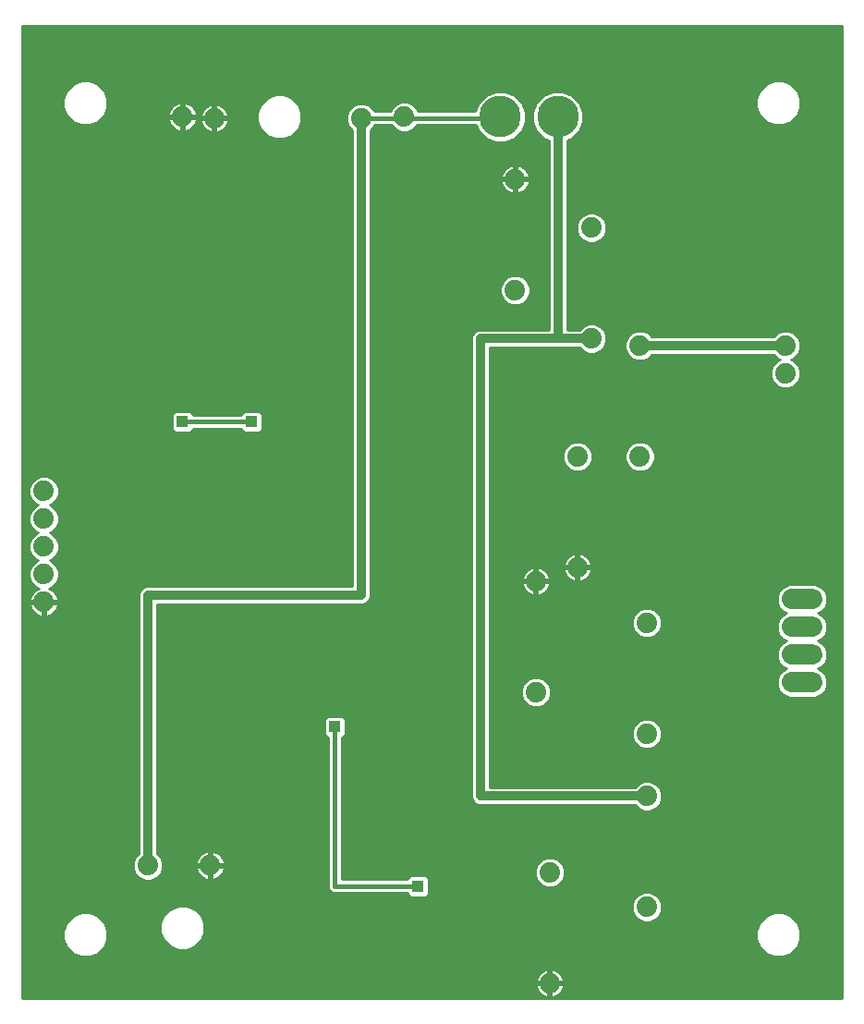
<source format=gbl>
G75*
%MOIN*%
%OFA0B0*%
%FSLAX24Y24*%
%IPPOS*%
%LPD*%
%AMOC8*
5,1,8,0,0,1.08239X$1,22.5*
%
%ADD10C,0.0740*%
%ADD11C,0.0740*%
%ADD12C,0.1500*%
%ADD13C,0.0100*%
%ADD14C,0.0320*%
%ADD15R,0.0436X0.0436*%
%ADD16C,0.0160*%
D10*
X031380Y014000D02*
X032120Y014000D01*
X032120Y015000D02*
X031380Y015000D01*
X031380Y016000D02*
X032120Y016000D01*
X032120Y017000D02*
X031380Y017000D01*
D11*
X026150Y016150D03*
X023650Y018150D03*
X022150Y017650D03*
X022150Y013650D03*
X026150Y012150D03*
X026150Y009900D03*
X026150Y005900D03*
X022650Y007150D03*
X022650Y003150D03*
X010400Y007400D03*
X008150Y007400D03*
X004400Y016900D03*
X004400Y017900D03*
X004400Y018900D03*
X004400Y019900D03*
X004400Y020900D03*
X009400Y034400D03*
X010550Y034350D03*
X015850Y034350D03*
X017400Y034400D03*
X021400Y032150D03*
X024150Y030400D03*
X021400Y028150D03*
X024150Y026400D03*
X025900Y026150D03*
X025900Y022150D03*
X023650Y022150D03*
X031150Y025150D03*
X031150Y026150D03*
D12*
X022940Y034400D03*
X020860Y034400D03*
D13*
X003610Y037690D02*
X003610Y002610D01*
X033190Y002610D01*
X033190Y037690D01*
X003610Y037690D01*
X003610Y037663D02*
X033190Y037663D01*
X033190Y037565D02*
X003610Y037565D01*
X003610Y037466D02*
X033190Y037466D01*
X033190Y037368D02*
X003610Y037368D01*
X003610Y037269D02*
X033190Y037269D01*
X033190Y037171D02*
X003610Y037171D01*
X003610Y037072D02*
X033190Y037072D01*
X033190Y036974D02*
X003610Y036974D01*
X003610Y036875D02*
X033190Y036875D01*
X033190Y036777D02*
X003610Y036777D01*
X003610Y036678D02*
X033190Y036678D01*
X033190Y036580D02*
X003610Y036580D01*
X003610Y036481D02*
X033190Y036481D01*
X033190Y036383D02*
X003610Y036383D01*
X003610Y036284D02*
X033190Y036284D01*
X033190Y036186D02*
X003610Y036186D01*
X003610Y036087D02*
X033190Y036087D01*
X033190Y035989D02*
X003610Y035989D01*
X003610Y035890D02*
X033190Y035890D01*
X033190Y035792D02*
X003610Y035792D01*
X003610Y035693D02*
X005724Y035693D01*
X005741Y035700D02*
X005447Y035578D01*
X005222Y035353D01*
X005100Y035059D01*
X005100Y034741D01*
X005222Y034447D01*
X005447Y034222D01*
X005741Y034100D01*
X006059Y034100D01*
X006353Y034222D01*
X006578Y034447D01*
X006700Y034741D01*
X006700Y035059D01*
X006578Y035353D01*
X006353Y035578D01*
X006059Y035700D01*
X005741Y035700D01*
X005487Y035595D02*
X003610Y035595D01*
X003610Y035496D02*
X005365Y035496D01*
X005266Y035398D02*
X003610Y035398D01*
X003610Y035299D02*
X005199Y035299D01*
X005159Y035201D02*
X003610Y035201D01*
X003610Y035102D02*
X005118Y035102D01*
X005100Y035004D02*
X003610Y035004D01*
X003610Y034905D02*
X005100Y034905D01*
X005100Y034807D02*
X003610Y034807D01*
X003610Y034708D02*
X005114Y034708D01*
X005154Y034610D02*
X003610Y034610D01*
X003610Y034511D02*
X005195Y034511D01*
X005256Y034413D02*
X003610Y034413D01*
X003610Y034314D02*
X005355Y034314D01*
X005462Y034216D02*
X003610Y034216D01*
X003610Y034117D02*
X005700Y034117D01*
X006100Y034117D02*
X008963Y034117D01*
X008955Y034127D02*
X009003Y034061D01*
X009061Y034003D01*
X009127Y033955D01*
X009200Y033918D01*
X009278Y033893D01*
X009350Y033881D01*
X009350Y034350D01*
X008881Y034350D01*
X008893Y034278D01*
X008918Y034200D01*
X008955Y034127D01*
X008913Y034216D02*
X006338Y034216D01*
X006445Y034314D02*
X008887Y034314D01*
X008881Y034450D02*
X009350Y034450D01*
X009350Y034919D01*
X009278Y034907D01*
X009200Y034882D01*
X009127Y034845D01*
X009061Y034797D01*
X009003Y034739D01*
X008955Y034673D01*
X008918Y034600D01*
X008893Y034522D01*
X008881Y034450D01*
X008891Y034511D02*
X006605Y034511D01*
X006646Y034610D02*
X008923Y034610D01*
X008981Y034708D02*
X006686Y034708D01*
X006700Y034807D02*
X009075Y034807D01*
X009272Y034905D02*
X006700Y034905D01*
X006700Y035004D02*
X012372Y035004D01*
X012447Y035078D02*
X012222Y034853D01*
X012100Y034559D01*
X012100Y034241D01*
X012222Y033947D01*
X012447Y033722D01*
X012741Y033600D01*
X013059Y033600D01*
X013353Y033722D01*
X013578Y033947D01*
X013700Y034241D01*
X013700Y034559D01*
X013578Y034853D01*
X013353Y035078D01*
X013059Y035200D01*
X012741Y035200D01*
X012447Y035078D01*
X012505Y035102D02*
X006682Y035102D01*
X006641Y035201D02*
X020389Y035201D01*
X020339Y035180D02*
X020080Y034921D01*
X019947Y034600D01*
X017902Y034600D01*
X017858Y034706D01*
X017706Y034858D01*
X017507Y034940D01*
X017293Y034940D01*
X017094Y034858D01*
X016942Y034706D01*
X016898Y034600D01*
X016331Y034600D01*
X016308Y034656D01*
X016156Y034808D01*
X015957Y034890D01*
X015743Y034890D01*
X015544Y034808D01*
X015392Y034656D01*
X015310Y034457D01*
X015310Y034243D01*
X015392Y034044D01*
X015520Y033916D01*
X015520Y017480D01*
X008084Y017480D01*
X007963Y017430D01*
X007870Y017337D01*
X007820Y017216D01*
X007820Y007834D01*
X007692Y007706D01*
X007610Y007507D01*
X007610Y007293D01*
X007692Y007094D01*
X007844Y006942D01*
X008043Y006860D01*
X008257Y006860D01*
X008456Y006942D01*
X008608Y007094D01*
X008690Y007293D01*
X008690Y007507D01*
X008608Y007706D01*
X008480Y007834D01*
X008480Y016820D01*
X015916Y016820D01*
X016037Y016870D01*
X016130Y016963D01*
X016180Y017084D01*
X016180Y033916D01*
X016308Y034044D01*
X016331Y034100D01*
X016940Y034100D01*
X016942Y034094D01*
X017094Y033942D01*
X017293Y033860D01*
X017507Y033860D01*
X017706Y033942D01*
X017858Y034094D01*
X017860Y034100D01*
X019988Y034100D01*
X020080Y033879D01*
X020339Y033620D01*
X020677Y033480D01*
X021043Y033480D01*
X021381Y033620D01*
X021640Y033879D01*
X021780Y034217D01*
X021780Y034583D01*
X021640Y034921D01*
X021381Y035180D01*
X021043Y035320D01*
X020677Y035320D01*
X020339Y035180D01*
X020261Y035102D02*
X013295Y035102D01*
X013428Y035004D02*
X020163Y035004D01*
X020073Y034905D02*
X017592Y034905D01*
X017757Y034807D02*
X020033Y034807D01*
X019992Y034708D02*
X017856Y034708D01*
X017898Y034610D02*
X019951Y034610D01*
X020022Y034019D02*
X017782Y034019D01*
X017652Y033920D02*
X020063Y033920D01*
X020137Y033822D02*
X016180Y033822D01*
X016184Y033920D02*
X017148Y033920D01*
X017018Y034019D02*
X016282Y034019D01*
X016180Y033723D02*
X020236Y033723D01*
X020334Y033625D02*
X016180Y033625D01*
X016180Y033526D02*
X020566Y033526D01*
X021154Y033526D02*
X022610Y033526D01*
X022610Y033541D02*
X022419Y033620D01*
X022160Y033879D01*
X022020Y034217D01*
X022020Y034583D01*
X022160Y034921D01*
X022419Y035180D01*
X022757Y035320D01*
X023123Y035320D01*
X023461Y035180D01*
X023720Y034921D01*
X023860Y034583D01*
X023860Y034217D01*
X023720Y033879D01*
X023461Y033620D01*
X023270Y033541D01*
X023270Y026730D01*
X023716Y026730D01*
X023844Y026858D01*
X024043Y026940D01*
X024257Y026940D01*
X024456Y026858D01*
X024608Y026706D01*
X024690Y026507D01*
X024690Y026293D01*
X024608Y026094D01*
X024456Y025942D01*
X024257Y025860D01*
X024043Y025860D01*
X023844Y025942D01*
X023716Y026070D01*
X020480Y026070D01*
X020480Y010230D01*
X025716Y010230D01*
X025844Y010358D01*
X026043Y010440D01*
X026257Y010440D01*
X026456Y010358D01*
X026608Y010206D01*
X026690Y010007D01*
X026690Y009793D01*
X026608Y009594D01*
X026456Y009442D01*
X026257Y009360D01*
X026043Y009360D01*
X025844Y009442D01*
X025716Y009570D01*
X020084Y009570D01*
X019963Y009620D01*
X019870Y009713D01*
X019820Y009834D01*
X019820Y026466D01*
X019870Y026587D01*
X019963Y026680D01*
X020084Y026730D01*
X022610Y026730D01*
X022610Y033541D01*
X022610Y033428D02*
X016180Y033428D01*
X016180Y033329D02*
X022610Y033329D01*
X022610Y033231D02*
X016180Y033231D01*
X016180Y033132D02*
X022610Y033132D01*
X022610Y033034D02*
X016180Y033034D01*
X016180Y032935D02*
X022610Y032935D01*
X022610Y032837D02*
X016180Y032837D01*
X016180Y032738D02*
X022610Y032738D01*
X022610Y032640D02*
X021576Y032640D01*
X021600Y032632D02*
X021522Y032657D01*
X021450Y032669D01*
X021450Y032200D01*
X021350Y032200D01*
X021350Y032669D01*
X021278Y032657D01*
X021200Y032632D01*
X021127Y032595D01*
X021061Y032547D01*
X021003Y032489D01*
X020955Y032423D01*
X020918Y032350D01*
X020893Y032272D01*
X020881Y032200D01*
X021350Y032200D01*
X021350Y032100D01*
X020881Y032100D01*
X020893Y032028D01*
X020918Y031950D01*
X016180Y031950D01*
X016180Y031852D02*
X020974Y031852D01*
X020955Y031877D02*
X021003Y031811D01*
X021061Y031753D01*
X021127Y031705D01*
X021200Y031668D01*
X021278Y031643D01*
X021350Y031631D01*
X021350Y032100D01*
X021450Y032100D01*
X021450Y032200D01*
X021919Y032200D01*
X021907Y032272D01*
X021882Y032350D01*
X021845Y032423D01*
X021797Y032489D01*
X021739Y032547D01*
X021673Y032595D01*
X021600Y032632D01*
X021450Y032640D02*
X021350Y032640D01*
X021350Y032541D02*
X021450Y032541D01*
X021450Y032443D02*
X021350Y032443D01*
X021350Y032344D02*
X021450Y032344D01*
X021450Y032246D02*
X021350Y032246D01*
X021350Y032147D02*
X016180Y032147D01*
X016180Y032049D02*
X020890Y032049D01*
X020918Y031950D02*
X020955Y031877D01*
X021062Y031753D02*
X016180Y031753D01*
X016180Y031655D02*
X021242Y031655D01*
X021350Y031655D02*
X021450Y031655D01*
X021450Y031631D02*
X021522Y031643D01*
X021600Y031668D01*
X021673Y031705D01*
X021739Y031753D01*
X021797Y031811D01*
X021845Y031877D01*
X021882Y031950D01*
X022610Y031950D01*
X022610Y031852D02*
X021826Y031852D01*
X021882Y031950D02*
X021907Y032028D01*
X021919Y032100D01*
X021450Y032100D01*
X021450Y031631D01*
X021558Y031655D02*
X022610Y031655D01*
X022610Y031753D02*
X021738Y031753D01*
X021450Y031753D02*
X021350Y031753D01*
X021350Y031852D02*
X021450Y031852D01*
X021450Y031950D02*
X021350Y031950D01*
X021350Y032049D02*
X021450Y032049D01*
X021450Y032147D02*
X022610Y032147D01*
X022610Y032049D02*
X021910Y032049D01*
X021911Y032246D02*
X022610Y032246D01*
X022610Y032344D02*
X021884Y032344D01*
X021830Y032443D02*
X022610Y032443D01*
X022610Y032541D02*
X021744Y032541D01*
X021224Y032640D02*
X016180Y032640D01*
X016180Y032541D02*
X021056Y032541D01*
X020970Y032443D02*
X016180Y032443D01*
X016180Y032344D02*
X020916Y032344D01*
X020889Y032246D02*
X016180Y032246D01*
X015520Y032246D02*
X003610Y032246D01*
X003610Y032344D02*
X015520Y032344D01*
X015520Y032443D02*
X003610Y032443D01*
X003610Y032541D02*
X015520Y032541D01*
X015520Y032640D02*
X003610Y032640D01*
X003610Y032738D02*
X015520Y032738D01*
X015520Y032837D02*
X003610Y032837D01*
X003610Y032935D02*
X015520Y032935D01*
X015520Y033034D02*
X003610Y033034D01*
X003610Y033132D02*
X015520Y033132D01*
X015520Y033231D02*
X003610Y033231D01*
X003610Y033329D02*
X015520Y033329D01*
X015520Y033428D02*
X003610Y033428D01*
X003610Y033526D02*
X015520Y033526D01*
X015520Y033625D02*
X013118Y033625D01*
X013354Y033723D02*
X015520Y033723D01*
X015520Y033822D02*
X013453Y033822D01*
X013551Y033920D02*
X015516Y033920D01*
X015418Y034019D02*
X013608Y034019D01*
X013649Y034117D02*
X015362Y034117D01*
X015321Y034216D02*
X013689Y034216D01*
X013700Y034314D02*
X015310Y034314D01*
X015310Y034413D02*
X013700Y034413D01*
X013700Y034511D02*
X015332Y034511D01*
X015373Y034610D02*
X013679Y034610D01*
X013638Y034708D02*
X015444Y034708D01*
X015543Y034807D02*
X013597Y034807D01*
X013526Y034905D02*
X017208Y034905D01*
X017043Y034807D02*
X016157Y034807D01*
X016256Y034708D02*
X016944Y034708D01*
X016902Y034610D02*
X016327Y034610D01*
X015520Y032147D02*
X003610Y032147D01*
X003610Y032049D02*
X015520Y032049D01*
X015520Y031950D02*
X003610Y031950D01*
X003610Y031852D02*
X015520Y031852D01*
X015520Y031753D02*
X003610Y031753D01*
X003610Y031655D02*
X015520Y031655D01*
X015520Y031556D02*
X003610Y031556D01*
X003610Y031458D02*
X015520Y031458D01*
X015520Y031359D02*
X003610Y031359D01*
X003610Y031261D02*
X015520Y031261D01*
X015520Y031162D02*
X003610Y031162D01*
X003610Y031064D02*
X015520Y031064D01*
X015520Y030965D02*
X003610Y030965D01*
X003610Y030867D02*
X015520Y030867D01*
X015520Y030768D02*
X003610Y030768D01*
X003610Y030670D02*
X015520Y030670D01*
X015520Y030571D02*
X003610Y030571D01*
X003610Y030473D02*
X015520Y030473D01*
X015520Y030374D02*
X003610Y030374D01*
X003610Y030276D02*
X015520Y030276D01*
X015520Y030177D02*
X003610Y030177D01*
X003610Y030079D02*
X015520Y030079D01*
X015520Y029980D02*
X003610Y029980D01*
X003610Y029882D02*
X015520Y029882D01*
X015520Y029783D02*
X003610Y029783D01*
X003610Y029685D02*
X015520Y029685D01*
X015520Y029586D02*
X003610Y029586D01*
X003610Y029488D02*
X015520Y029488D01*
X015520Y029389D02*
X003610Y029389D01*
X003610Y029291D02*
X015520Y029291D01*
X015520Y029192D02*
X003610Y029192D01*
X003610Y029094D02*
X015520Y029094D01*
X015520Y028995D02*
X003610Y028995D01*
X003610Y028897D02*
X015520Y028897D01*
X015520Y028798D02*
X003610Y028798D01*
X003610Y028700D02*
X015520Y028700D01*
X015520Y028601D02*
X003610Y028601D01*
X003610Y028503D02*
X015520Y028503D01*
X015520Y028404D02*
X003610Y028404D01*
X003610Y028306D02*
X015520Y028306D01*
X015520Y028207D02*
X003610Y028207D01*
X003610Y028109D02*
X015520Y028109D01*
X015520Y028010D02*
X003610Y028010D01*
X003610Y027912D02*
X015520Y027912D01*
X015520Y027813D02*
X003610Y027813D01*
X003610Y027715D02*
X015520Y027715D01*
X015520Y027616D02*
X003610Y027616D01*
X003610Y027518D02*
X015520Y027518D01*
X015520Y027419D02*
X003610Y027419D01*
X003610Y027321D02*
X015520Y027321D01*
X015520Y027222D02*
X003610Y027222D01*
X003610Y027124D02*
X015520Y027124D01*
X015520Y027025D02*
X003610Y027025D01*
X003610Y026927D02*
X015520Y026927D01*
X015520Y026828D02*
X003610Y026828D01*
X003610Y026730D02*
X015520Y026730D01*
X015520Y026631D02*
X003610Y026631D01*
X003610Y026533D02*
X015520Y026533D01*
X015520Y026434D02*
X003610Y026434D01*
X003610Y026336D02*
X015520Y026336D01*
X015520Y026237D02*
X003610Y026237D01*
X003610Y026139D02*
X015520Y026139D01*
X015520Y026040D02*
X003610Y026040D01*
X003610Y025942D02*
X015520Y025942D01*
X015520Y025843D02*
X003610Y025843D01*
X003610Y025745D02*
X015520Y025745D01*
X015520Y025646D02*
X003610Y025646D01*
X003610Y025548D02*
X015520Y025548D01*
X015520Y025449D02*
X003610Y025449D01*
X003610Y025351D02*
X015520Y025351D01*
X015520Y025252D02*
X003610Y025252D01*
X003610Y025154D02*
X015520Y025154D01*
X015520Y025055D02*
X003610Y025055D01*
X003610Y024957D02*
X015520Y024957D01*
X015520Y024858D02*
X003610Y024858D01*
X003610Y024760D02*
X015520Y024760D01*
X015520Y024661D02*
X003610Y024661D01*
X003610Y024563D02*
X015520Y024563D01*
X015520Y024464D02*
X003610Y024464D01*
X003610Y024366D02*
X015520Y024366D01*
X015520Y024267D02*
X003610Y024267D01*
X003610Y024169D02*
X015520Y024169D01*
X015520Y024070D02*
X003610Y024070D01*
X003610Y023972D02*
X015520Y023972D01*
X015520Y023873D02*
X003610Y023873D01*
X003610Y023775D02*
X009098Y023775D01*
X009111Y023788D02*
X009012Y023689D01*
X009012Y023111D01*
X009111Y023012D01*
X009689Y023012D01*
X009788Y023111D01*
X009788Y023150D01*
X011512Y023150D01*
X011512Y023111D01*
X011611Y023012D01*
X012189Y023012D01*
X012288Y023111D01*
X012288Y023689D01*
X012189Y023788D01*
X011611Y023788D01*
X011512Y023689D01*
X011512Y023650D01*
X009788Y023650D01*
X009788Y023689D01*
X009689Y023788D01*
X009111Y023788D01*
X009012Y023676D02*
X003610Y023676D01*
X003610Y023578D02*
X009012Y023578D01*
X009012Y023479D02*
X003610Y023479D01*
X003610Y023381D02*
X009012Y023381D01*
X009012Y023282D02*
X003610Y023282D01*
X003610Y023184D02*
X009012Y023184D01*
X009038Y023085D02*
X003610Y023085D01*
X003610Y022987D02*
X015520Y022987D01*
X015520Y023085D02*
X012262Y023085D01*
X012288Y023184D02*
X015520Y023184D01*
X015520Y023282D02*
X012288Y023282D01*
X012288Y023381D02*
X015520Y023381D01*
X015520Y023479D02*
X012288Y023479D01*
X012288Y023578D02*
X015520Y023578D01*
X015520Y023676D02*
X012288Y023676D01*
X012202Y023775D02*
X015520Y023775D01*
X016180Y023775D02*
X019820Y023775D01*
X019820Y023873D02*
X016180Y023873D01*
X016180Y023972D02*
X019820Y023972D01*
X019820Y024070D02*
X016180Y024070D01*
X016180Y024169D02*
X019820Y024169D01*
X019820Y024267D02*
X016180Y024267D01*
X016180Y024366D02*
X019820Y024366D01*
X019820Y024464D02*
X016180Y024464D01*
X016180Y024563D02*
X019820Y024563D01*
X019820Y024661D02*
X016180Y024661D01*
X016180Y024760D02*
X019820Y024760D01*
X019820Y024858D02*
X016180Y024858D01*
X016180Y024957D02*
X019820Y024957D01*
X019820Y025055D02*
X016180Y025055D01*
X016180Y025154D02*
X019820Y025154D01*
X019820Y025252D02*
X016180Y025252D01*
X016180Y025351D02*
X019820Y025351D01*
X019820Y025449D02*
X016180Y025449D01*
X016180Y025548D02*
X019820Y025548D01*
X019820Y025646D02*
X016180Y025646D01*
X016180Y025745D02*
X019820Y025745D01*
X019820Y025843D02*
X016180Y025843D01*
X016180Y025942D02*
X019820Y025942D01*
X019820Y026040D02*
X016180Y026040D01*
X016180Y026139D02*
X019820Y026139D01*
X019820Y026237D02*
X016180Y026237D01*
X016180Y026336D02*
X019820Y026336D01*
X019820Y026434D02*
X016180Y026434D01*
X016180Y026533D02*
X019848Y026533D01*
X019914Y026631D02*
X016180Y026631D01*
X016180Y026730D02*
X020083Y026730D01*
X020480Y026040D02*
X023746Y026040D01*
X023846Y025942D02*
X020480Y025942D01*
X020480Y025843D02*
X025443Y025843D01*
X025442Y025844D02*
X025594Y025692D01*
X025793Y025610D01*
X026007Y025610D01*
X026206Y025692D01*
X026334Y025820D01*
X030716Y025820D01*
X030844Y025692D01*
X030946Y025650D01*
X030844Y025608D01*
X030692Y025456D01*
X030610Y025257D01*
X030610Y025043D01*
X030692Y024844D01*
X030844Y024692D01*
X031043Y024610D01*
X031257Y024610D01*
X031456Y024692D01*
X031608Y024844D01*
X031690Y025043D01*
X031690Y025257D01*
X031608Y025456D01*
X031456Y025608D01*
X031354Y025650D01*
X031456Y025692D01*
X031608Y025844D01*
X031690Y026043D01*
X031690Y026257D01*
X031608Y026456D01*
X031456Y026608D01*
X031257Y026690D01*
X031043Y026690D01*
X030844Y026608D01*
X030716Y026480D01*
X026334Y026480D01*
X026206Y026608D01*
X026007Y026690D01*
X025793Y026690D01*
X025594Y026608D01*
X025442Y026456D01*
X025360Y026257D01*
X025360Y026043D01*
X025442Y025844D01*
X025402Y025942D02*
X024454Y025942D01*
X024554Y026040D02*
X025361Y026040D01*
X025360Y026139D02*
X024626Y026139D01*
X024667Y026237D02*
X025360Y026237D01*
X025392Y026336D02*
X024690Y026336D01*
X024690Y026434D02*
X025433Y026434D01*
X025519Y026533D02*
X024680Y026533D01*
X024639Y026631D02*
X025650Y026631D01*
X026150Y026631D02*
X030900Y026631D01*
X030769Y026533D02*
X026281Y026533D01*
X026258Y025745D02*
X030792Y025745D01*
X030937Y025646D02*
X026094Y025646D01*
X025706Y025646D02*
X020480Y025646D01*
X020480Y025548D02*
X030784Y025548D01*
X030689Y025449D02*
X020480Y025449D01*
X020480Y025351D02*
X030649Y025351D01*
X030610Y025252D02*
X020480Y025252D01*
X020480Y025154D02*
X030610Y025154D01*
X030610Y025055D02*
X020480Y025055D01*
X020480Y024957D02*
X030646Y024957D01*
X030686Y024858D02*
X020480Y024858D01*
X020480Y024760D02*
X030777Y024760D01*
X030919Y024661D02*
X020480Y024661D01*
X020480Y024563D02*
X033190Y024563D01*
X033190Y024661D02*
X031381Y024661D01*
X031523Y024760D02*
X033190Y024760D01*
X033190Y024858D02*
X031614Y024858D01*
X031654Y024957D02*
X033190Y024957D01*
X033190Y025055D02*
X031690Y025055D01*
X031690Y025154D02*
X033190Y025154D01*
X033190Y025252D02*
X031690Y025252D01*
X031651Y025351D02*
X033190Y025351D01*
X033190Y025449D02*
X031611Y025449D01*
X031516Y025548D02*
X033190Y025548D01*
X033190Y025646D02*
X031363Y025646D01*
X031508Y025745D02*
X033190Y025745D01*
X033190Y025843D02*
X031607Y025843D01*
X031648Y025942D02*
X033190Y025942D01*
X033190Y026040D02*
X031689Y026040D01*
X031690Y026139D02*
X033190Y026139D01*
X033190Y026237D02*
X031690Y026237D01*
X031658Y026336D02*
X033190Y026336D01*
X033190Y026434D02*
X031617Y026434D01*
X031531Y026533D02*
X033190Y026533D01*
X033190Y026631D02*
X031400Y026631D01*
X033190Y026730D02*
X024584Y026730D01*
X024486Y026828D02*
X033190Y026828D01*
X033190Y026927D02*
X024290Y026927D01*
X024010Y026927D02*
X023270Y026927D01*
X023270Y027025D02*
X033190Y027025D01*
X033190Y027124D02*
X023270Y027124D01*
X023270Y027222D02*
X033190Y027222D01*
X033190Y027321D02*
X023270Y027321D01*
X023270Y027419D02*
X033190Y027419D01*
X033190Y027518D02*
X023270Y027518D01*
X023270Y027616D02*
X033190Y027616D01*
X033190Y027715D02*
X023270Y027715D01*
X023270Y027813D02*
X033190Y027813D01*
X033190Y027912D02*
X023270Y027912D01*
X023270Y028010D02*
X033190Y028010D01*
X033190Y028109D02*
X023270Y028109D01*
X023270Y028207D02*
X033190Y028207D01*
X033190Y028306D02*
X023270Y028306D01*
X023270Y028404D02*
X033190Y028404D01*
X033190Y028503D02*
X023270Y028503D01*
X023270Y028601D02*
X033190Y028601D01*
X033190Y028700D02*
X023270Y028700D01*
X023270Y028798D02*
X033190Y028798D01*
X033190Y028897D02*
X023270Y028897D01*
X023270Y028995D02*
X033190Y028995D01*
X033190Y029094D02*
X023270Y029094D01*
X023270Y029192D02*
X033190Y029192D01*
X033190Y029291D02*
X023270Y029291D01*
X023270Y029389D02*
X033190Y029389D01*
X033190Y029488D02*
X023270Y029488D01*
X023270Y029586D02*
X033190Y029586D01*
X033190Y029685D02*
X023270Y029685D01*
X023270Y029783D02*
X033190Y029783D01*
X033190Y029882D02*
X024309Y029882D01*
X024257Y029860D02*
X024456Y029942D01*
X024608Y030094D01*
X024690Y030293D01*
X024690Y030507D01*
X024608Y030706D01*
X024456Y030858D01*
X024257Y030940D01*
X024043Y030940D01*
X023844Y030858D01*
X023692Y030706D01*
X023610Y030507D01*
X023610Y030293D01*
X023692Y030094D01*
X023844Y029942D01*
X024043Y029860D01*
X024257Y029860D01*
X024494Y029980D02*
X033190Y029980D01*
X033190Y030079D02*
X024592Y030079D01*
X024642Y030177D02*
X033190Y030177D01*
X033190Y030276D02*
X024683Y030276D01*
X024690Y030374D02*
X033190Y030374D01*
X033190Y030473D02*
X024690Y030473D01*
X024664Y030571D02*
X033190Y030571D01*
X033190Y030670D02*
X024623Y030670D01*
X024546Y030768D02*
X033190Y030768D01*
X033190Y030867D02*
X024435Y030867D01*
X023865Y030867D02*
X023270Y030867D01*
X023270Y030965D02*
X033190Y030965D01*
X033190Y031064D02*
X023270Y031064D01*
X023270Y031162D02*
X033190Y031162D01*
X033190Y031261D02*
X023270Y031261D01*
X023270Y031359D02*
X033190Y031359D01*
X033190Y031458D02*
X023270Y031458D01*
X023270Y031556D02*
X033190Y031556D01*
X033190Y031655D02*
X023270Y031655D01*
X023270Y031753D02*
X033190Y031753D01*
X033190Y031852D02*
X023270Y031852D01*
X023270Y031950D02*
X033190Y031950D01*
X033190Y032049D02*
X023270Y032049D01*
X023270Y032147D02*
X033190Y032147D01*
X033190Y032246D02*
X023270Y032246D01*
X023270Y032344D02*
X033190Y032344D01*
X033190Y032443D02*
X023270Y032443D01*
X023270Y032541D02*
X033190Y032541D01*
X033190Y032640D02*
X023270Y032640D01*
X023270Y032738D02*
X033190Y032738D01*
X033190Y032837D02*
X023270Y032837D01*
X023270Y032935D02*
X033190Y032935D01*
X033190Y033034D02*
X023270Y033034D01*
X023270Y033132D02*
X033190Y033132D01*
X033190Y033231D02*
X023270Y033231D01*
X023270Y033329D02*
X033190Y033329D01*
X033190Y033428D02*
X023270Y033428D01*
X023270Y033526D02*
X033190Y033526D01*
X033190Y033625D02*
X023466Y033625D01*
X023564Y033723D02*
X033190Y033723D01*
X033190Y033822D02*
X023663Y033822D01*
X023737Y033920D02*
X033190Y033920D01*
X033190Y034019D02*
X023778Y034019D01*
X023819Y034117D02*
X030700Y034117D01*
X030741Y034100D02*
X031059Y034100D01*
X031353Y034222D01*
X031578Y034447D01*
X031700Y034741D01*
X031700Y035059D01*
X031578Y035353D01*
X031353Y035578D01*
X031059Y035700D01*
X030741Y035700D01*
X030447Y035578D01*
X030222Y035353D01*
X030100Y035059D01*
X030100Y034741D01*
X030222Y034447D01*
X030447Y034222D01*
X030741Y034100D01*
X030462Y034216D02*
X023859Y034216D01*
X023860Y034314D02*
X030355Y034314D01*
X030256Y034413D02*
X023860Y034413D01*
X023860Y034511D02*
X030195Y034511D01*
X030154Y034610D02*
X023849Y034610D01*
X023808Y034708D02*
X030114Y034708D01*
X030100Y034807D02*
X023767Y034807D01*
X023727Y034905D02*
X030100Y034905D01*
X030100Y035004D02*
X023637Y035004D01*
X023539Y035102D02*
X030118Y035102D01*
X030159Y035201D02*
X023411Y035201D01*
X023173Y035299D02*
X030199Y035299D01*
X030266Y035398D02*
X006534Y035398D01*
X006601Y035299D02*
X020627Y035299D01*
X021093Y035299D02*
X022707Y035299D01*
X022469Y035201D02*
X021331Y035201D01*
X021459Y035102D02*
X022341Y035102D01*
X022243Y035004D02*
X021557Y035004D01*
X021647Y034905D02*
X022153Y034905D01*
X022113Y034807D02*
X021687Y034807D01*
X021728Y034708D02*
X022072Y034708D01*
X022031Y034610D02*
X021769Y034610D01*
X021780Y034511D02*
X022020Y034511D01*
X022020Y034413D02*
X021780Y034413D01*
X021780Y034314D02*
X022020Y034314D01*
X022021Y034216D02*
X021779Y034216D01*
X021739Y034117D02*
X022061Y034117D01*
X022102Y034019D02*
X021698Y034019D01*
X021657Y033920D02*
X022143Y033920D01*
X022217Y033822D02*
X021583Y033822D01*
X021484Y033723D02*
X022316Y033723D01*
X022414Y033625D02*
X021386Y033625D01*
X022610Y031556D02*
X016180Y031556D01*
X016180Y031458D02*
X022610Y031458D01*
X022610Y031359D02*
X016180Y031359D01*
X016180Y031261D02*
X022610Y031261D01*
X022610Y031162D02*
X016180Y031162D01*
X016180Y031064D02*
X022610Y031064D01*
X022610Y030965D02*
X016180Y030965D01*
X016180Y030867D02*
X022610Y030867D01*
X022610Y030768D02*
X016180Y030768D01*
X016180Y030670D02*
X022610Y030670D01*
X022610Y030571D02*
X016180Y030571D01*
X016180Y030473D02*
X022610Y030473D01*
X022610Y030374D02*
X016180Y030374D01*
X016180Y030276D02*
X022610Y030276D01*
X022610Y030177D02*
X016180Y030177D01*
X016180Y030079D02*
X022610Y030079D01*
X022610Y029980D02*
X016180Y029980D01*
X016180Y029882D02*
X022610Y029882D01*
X022610Y029783D02*
X016180Y029783D01*
X016180Y029685D02*
X022610Y029685D01*
X022610Y029586D02*
X016180Y029586D01*
X016180Y029488D02*
X022610Y029488D01*
X022610Y029389D02*
X016180Y029389D01*
X016180Y029291D02*
X022610Y029291D01*
X022610Y029192D02*
X016180Y029192D01*
X016180Y029094D02*
X022610Y029094D01*
X022610Y028995D02*
X016180Y028995D01*
X016180Y028897D02*
X022610Y028897D01*
X022610Y028798D02*
X016180Y028798D01*
X016180Y028700D02*
X022610Y028700D01*
X022610Y028601D02*
X021713Y028601D01*
X021706Y028608D02*
X021507Y028690D01*
X021293Y028690D01*
X021094Y028608D01*
X020942Y028456D01*
X020860Y028257D01*
X020860Y028043D01*
X020942Y027844D01*
X021094Y027692D01*
X021293Y027610D01*
X021507Y027610D01*
X021706Y027692D01*
X021858Y027844D01*
X021940Y028043D01*
X021940Y028257D01*
X021858Y028456D01*
X021706Y028608D01*
X021811Y028503D02*
X022610Y028503D01*
X022610Y028404D02*
X021879Y028404D01*
X021920Y028306D02*
X022610Y028306D01*
X022610Y028207D02*
X021940Y028207D01*
X021940Y028109D02*
X022610Y028109D01*
X022610Y028010D02*
X021927Y028010D01*
X021886Y027912D02*
X022610Y027912D01*
X022610Y027813D02*
X021827Y027813D01*
X021728Y027715D02*
X022610Y027715D01*
X022610Y027616D02*
X021522Y027616D01*
X021278Y027616D02*
X016180Y027616D01*
X016180Y027518D02*
X022610Y027518D01*
X022610Y027419D02*
X016180Y027419D01*
X016180Y027321D02*
X022610Y027321D01*
X022610Y027222D02*
X016180Y027222D01*
X016180Y027124D02*
X022610Y027124D01*
X022610Y027025D02*
X016180Y027025D01*
X016180Y026927D02*
X022610Y026927D01*
X022610Y026828D02*
X016180Y026828D01*
X016180Y027715D02*
X021072Y027715D01*
X020973Y027813D02*
X016180Y027813D01*
X016180Y027912D02*
X020914Y027912D01*
X020873Y028010D02*
X016180Y028010D01*
X016180Y028109D02*
X020860Y028109D01*
X020860Y028207D02*
X016180Y028207D01*
X016180Y028306D02*
X020880Y028306D01*
X020921Y028404D02*
X016180Y028404D01*
X016180Y028503D02*
X020989Y028503D01*
X021087Y028601D02*
X016180Y028601D01*
X016180Y023676D02*
X019820Y023676D01*
X019820Y023578D02*
X016180Y023578D01*
X016180Y023479D02*
X019820Y023479D01*
X019820Y023381D02*
X016180Y023381D01*
X016180Y023282D02*
X019820Y023282D01*
X019820Y023184D02*
X016180Y023184D01*
X016180Y023085D02*
X019820Y023085D01*
X019820Y022987D02*
X016180Y022987D01*
X016180Y022888D02*
X019820Y022888D01*
X019820Y022790D02*
X016180Y022790D01*
X016180Y022691D02*
X019820Y022691D01*
X019820Y022593D02*
X016180Y022593D01*
X016180Y022494D02*
X019820Y022494D01*
X019820Y022396D02*
X016180Y022396D01*
X016180Y022297D02*
X019820Y022297D01*
X019820Y022199D02*
X016180Y022199D01*
X016180Y022100D02*
X019820Y022100D01*
X019820Y022002D02*
X016180Y022002D01*
X016180Y021903D02*
X019820Y021903D01*
X019820Y021805D02*
X016180Y021805D01*
X016180Y021706D02*
X019820Y021706D01*
X019820Y021608D02*
X016180Y021608D01*
X016180Y021509D02*
X019820Y021509D01*
X019820Y021411D02*
X016180Y021411D01*
X016180Y021312D02*
X019820Y021312D01*
X019820Y021214D02*
X016180Y021214D01*
X016180Y021115D02*
X019820Y021115D01*
X019820Y021017D02*
X016180Y021017D01*
X016180Y020918D02*
X019820Y020918D01*
X019820Y020820D02*
X016180Y020820D01*
X016180Y020721D02*
X019820Y020721D01*
X019820Y020623D02*
X016180Y020623D01*
X016180Y020524D02*
X019820Y020524D01*
X019820Y020426D02*
X016180Y020426D01*
X016180Y020327D02*
X019820Y020327D01*
X019820Y020229D02*
X016180Y020229D01*
X016180Y020130D02*
X019820Y020130D01*
X019820Y020032D02*
X016180Y020032D01*
X016180Y019933D02*
X019820Y019933D01*
X019820Y019835D02*
X016180Y019835D01*
X016180Y019736D02*
X019820Y019736D01*
X019820Y019638D02*
X016180Y019638D01*
X016180Y019539D02*
X019820Y019539D01*
X019820Y019441D02*
X016180Y019441D01*
X016180Y019342D02*
X019820Y019342D01*
X019820Y019244D02*
X016180Y019244D01*
X016180Y019145D02*
X019820Y019145D01*
X019820Y019047D02*
X016180Y019047D01*
X016180Y018948D02*
X019820Y018948D01*
X019820Y018850D02*
X016180Y018850D01*
X016180Y018751D02*
X019820Y018751D01*
X019820Y018653D02*
X016180Y018653D01*
X016180Y018554D02*
X019820Y018554D01*
X019820Y018456D02*
X016180Y018456D01*
X016180Y018357D02*
X019820Y018357D01*
X019820Y018259D02*
X016180Y018259D01*
X016180Y018160D02*
X019820Y018160D01*
X019820Y018062D02*
X016180Y018062D01*
X016180Y017963D02*
X019820Y017963D01*
X019820Y017865D02*
X016180Y017865D01*
X016180Y017766D02*
X019820Y017766D01*
X019820Y017668D02*
X016180Y017668D01*
X016180Y017569D02*
X019820Y017569D01*
X019820Y017471D02*
X016180Y017471D01*
X016180Y017372D02*
X019820Y017372D01*
X019820Y017274D02*
X016180Y017274D01*
X016180Y017175D02*
X019820Y017175D01*
X019820Y017077D02*
X016177Y017077D01*
X016136Y016978D02*
X019820Y016978D01*
X019820Y016880D02*
X016046Y016880D01*
X015520Y017569D02*
X004833Y017569D01*
X004858Y017594D02*
X004940Y017793D01*
X004940Y018007D01*
X004858Y018206D01*
X004706Y018358D01*
X004604Y018400D01*
X004706Y018442D01*
X004858Y018594D01*
X004940Y018793D01*
X004940Y019007D01*
X004858Y019206D01*
X004706Y019358D01*
X004604Y019400D01*
X004706Y019442D01*
X004858Y019594D01*
X004940Y019793D01*
X004940Y020007D01*
X004858Y020206D01*
X004706Y020358D01*
X004604Y020400D01*
X004706Y020442D01*
X004858Y020594D01*
X004940Y020793D01*
X004940Y021007D01*
X004858Y021206D01*
X004706Y021358D01*
X004507Y021440D01*
X004293Y021440D01*
X004094Y021358D01*
X003942Y021206D01*
X003860Y021007D01*
X003860Y020793D01*
X003942Y020594D01*
X004094Y020442D01*
X004196Y020400D01*
X004094Y020358D01*
X003942Y020206D01*
X003860Y020007D01*
X003860Y019793D01*
X003942Y019594D01*
X004094Y019442D01*
X004196Y019400D01*
X004094Y019358D01*
X003942Y019206D01*
X003860Y019007D01*
X003860Y018793D01*
X003942Y018594D01*
X004094Y018442D01*
X004196Y018400D01*
X004094Y018358D01*
X003942Y018206D01*
X003860Y018007D01*
X003860Y017793D01*
X003942Y017594D01*
X004094Y017442D01*
X004222Y017389D01*
X004200Y017382D01*
X004127Y017345D01*
X004061Y017297D01*
X004003Y017239D01*
X003955Y017173D01*
X003918Y017100D01*
X003893Y017022D01*
X003881Y016950D01*
X004350Y016950D01*
X004350Y016850D01*
X004450Y016850D01*
X004450Y016950D01*
X004919Y016950D01*
X004907Y017022D01*
X004882Y017100D01*
X004845Y017173D01*
X004797Y017239D01*
X004739Y017297D01*
X004673Y017345D01*
X004600Y017382D01*
X004578Y017389D01*
X004706Y017442D01*
X004858Y017594D01*
X004888Y017668D02*
X015520Y017668D01*
X015520Y017766D02*
X004929Y017766D01*
X004940Y017865D02*
X015520Y017865D01*
X015520Y017963D02*
X004940Y017963D01*
X004918Y018062D02*
X015520Y018062D01*
X015520Y018160D02*
X004877Y018160D01*
X004805Y018259D02*
X015520Y018259D01*
X015520Y018357D02*
X004707Y018357D01*
X004719Y018456D02*
X015520Y018456D01*
X015520Y018554D02*
X004818Y018554D01*
X004882Y018653D02*
X015520Y018653D01*
X015520Y018751D02*
X004923Y018751D01*
X004940Y018850D02*
X015520Y018850D01*
X015520Y018948D02*
X004940Y018948D01*
X004924Y019047D02*
X015520Y019047D01*
X015520Y019145D02*
X004883Y019145D01*
X004820Y019244D02*
X015520Y019244D01*
X015520Y019342D02*
X004722Y019342D01*
X004702Y019441D02*
X015520Y019441D01*
X015520Y019539D02*
X004803Y019539D01*
X004876Y019638D02*
X015520Y019638D01*
X015520Y019736D02*
X004917Y019736D01*
X004940Y019835D02*
X015520Y019835D01*
X015520Y019933D02*
X004940Y019933D01*
X004930Y020032D02*
X015520Y020032D01*
X015520Y020130D02*
X004889Y020130D01*
X004835Y020229D02*
X015520Y020229D01*
X015520Y020327D02*
X004737Y020327D01*
X004666Y020426D02*
X015520Y020426D01*
X015520Y020524D02*
X004788Y020524D01*
X004870Y020623D02*
X015520Y020623D01*
X015520Y020721D02*
X004910Y020721D01*
X004940Y020820D02*
X015520Y020820D01*
X015520Y020918D02*
X004940Y020918D01*
X004936Y021017D02*
X015520Y021017D01*
X015520Y021115D02*
X004895Y021115D01*
X004850Y021214D02*
X015520Y021214D01*
X015520Y021312D02*
X004752Y021312D01*
X004579Y021411D02*
X015520Y021411D01*
X015520Y021509D02*
X003610Y021509D01*
X003610Y021411D02*
X004221Y021411D01*
X004048Y021312D02*
X003610Y021312D01*
X003610Y021214D02*
X003950Y021214D01*
X003905Y021115D02*
X003610Y021115D01*
X003610Y021017D02*
X003864Y021017D01*
X003860Y020918D02*
X003610Y020918D01*
X003610Y020820D02*
X003860Y020820D01*
X003890Y020721D02*
X003610Y020721D01*
X003610Y020623D02*
X003930Y020623D01*
X004012Y020524D02*
X003610Y020524D01*
X003610Y020426D02*
X004134Y020426D01*
X004063Y020327D02*
X003610Y020327D01*
X003610Y020229D02*
X003965Y020229D01*
X003911Y020130D02*
X003610Y020130D01*
X003610Y020032D02*
X003870Y020032D01*
X003860Y019933D02*
X003610Y019933D01*
X003610Y019835D02*
X003860Y019835D01*
X003883Y019736D02*
X003610Y019736D01*
X003610Y019638D02*
X003924Y019638D01*
X003997Y019539D02*
X003610Y019539D01*
X003610Y019441D02*
X004098Y019441D01*
X004078Y019342D02*
X003610Y019342D01*
X003610Y019244D02*
X003980Y019244D01*
X003917Y019145D02*
X003610Y019145D01*
X003610Y019047D02*
X003876Y019047D01*
X003860Y018948D02*
X003610Y018948D01*
X003610Y018850D02*
X003860Y018850D01*
X003877Y018751D02*
X003610Y018751D01*
X003610Y018653D02*
X003918Y018653D01*
X003982Y018554D02*
X003610Y018554D01*
X003610Y018456D02*
X004081Y018456D01*
X004093Y018357D02*
X003610Y018357D01*
X003610Y018259D02*
X003995Y018259D01*
X003923Y018160D02*
X003610Y018160D01*
X003610Y018062D02*
X003882Y018062D01*
X003860Y017963D02*
X003610Y017963D01*
X003610Y017865D02*
X003860Y017865D01*
X003871Y017766D02*
X003610Y017766D01*
X003610Y017668D02*
X003912Y017668D01*
X003967Y017569D02*
X003610Y017569D01*
X003610Y017471D02*
X004066Y017471D01*
X004181Y017372D02*
X003610Y017372D01*
X003610Y017274D02*
X004038Y017274D01*
X003957Y017175D02*
X003610Y017175D01*
X003610Y017077D02*
X003911Y017077D01*
X003886Y016978D02*
X003610Y016978D01*
X003610Y016880D02*
X004350Y016880D01*
X004350Y016850D02*
X003881Y016850D01*
X003893Y016778D01*
X003918Y016700D01*
X003955Y016627D01*
X004003Y016561D01*
X004061Y016503D01*
X004127Y016455D01*
X004200Y016418D01*
X004278Y016393D01*
X004350Y016381D01*
X004350Y016850D01*
X004350Y016781D02*
X004450Y016781D01*
X004450Y016850D02*
X004450Y016381D01*
X004522Y016393D01*
X004600Y016418D01*
X004673Y016455D01*
X004739Y016503D01*
X004797Y016561D01*
X004845Y016627D01*
X004882Y016700D01*
X004907Y016778D01*
X004919Y016850D01*
X004450Y016850D01*
X004450Y016880D02*
X007820Y016880D01*
X007820Y016978D02*
X004914Y016978D01*
X004889Y017077D02*
X007820Y017077D01*
X007820Y017175D02*
X004843Y017175D01*
X004762Y017274D02*
X007844Y017274D01*
X007905Y017372D02*
X004619Y017372D01*
X004734Y017471D02*
X008062Y017471D01*
X007820Y016781D02*
X004908Y016781D01*
X004873Y016683D02*
X007820Y016683D01*
X007820Y016584D02*
X004813Y016584D01*
X004714Y016486D02*
X007820Y016486D01*
X007820Y016387D02*
X004485Y016387D01*
X004450Y016387D02*
X004350Y016387D01*
X004315Y016387D02*
X003610Y016387D01*
X003610Y016289D02*
X007820Y016289D01*
X007820Y016190D02*
X003610Y016190D01*
X003610Y016092D02*
X007820Y016092D01*
X007820Y015993D02*
X003610Y015993D01*
X003610Y015895D02*
X007820Y015895D01*
X007820Y015796D02*
X003610Y015796D01*
X003610Y015698D02*
X007820Y015698D01*
X007820Y015599D02*
X003610Y015599D01*
X003610Y015501D02*
X007820Y015501D01*
X007820Y015402D02*
X003610Y015402D01*
X003610Y015304D02*
X007820Y015304D01*
X007820Y015205D02*
X003610Y015205D01*
X003610Y015107D02*
X007820Y015107D01*
X007820Y015008D02*
X003610Y015008D01*
X003610Y014910D02*
X007820Y014910D01*
X007820Y014811D02*
X003610Y014811D01*
X003610Y014713D02*
X007820Y014713D01*
X007820Y014614D02*
X003610Y014614D01*
X003610Y014516D02*
X007820Y014516D01*
X007820Y014417D02*
X003610Y014417D01*
X003610Y014319D02*
X007820Y014319D01*
X007820Y014220D02*
X003610Y014220D01*
X003610Y014122D02*
X007820Y014122D01*
X007820Y014023D02*
X003610Y014023D01*
X003610Y013925D02*
X007820Y013925D01*
X007820Y013826D02*
X003610Y013826D01*
X003610Y013728D02*
X007820Y013728D01*
X007820Y013629D02*
X003610Y013629D01*
X003610Y013531D02*
X007820Y013531D01*
X007820Y013432D02*
X003610Y013432D01*
X003610Y013334D02*
X007820Y013334D01*
X007820Y013235D02*
X003610Y013235D01*
X003610Y013137D02*
X007820Y013137D01*
X007820Y013038D02*
X003610Y013038D01*
X003610Y012940D02*
X007820Y012940D01*
X007820Y012841D02*
X003610Y012841D01*
X003610Y012743D02*
X007820Y012743D01*
X007820Y012644D02*
X003610Y012644D01*
X003610Y012546D02*
X007820Y012546D01*
X007820Y012447D02*
X003610Y012447D01*
X003610Y012349D02*
X007820Y012349D01*
X007820Y012250D02*
X003610Y012250D01*
X003610Y012152D02*
X007820Y012152D01*
X007820Y012053D02*
X003610Y012053D01*
X003610Y011955D02*
X007820Y011955D01*
X007820Y011856D02*
X003610Y011856D01*
X003610Y011758D02*
X007820Y011758D01*
X007820Y011659D02*
X003610Y011659D01*
X003610Y011561D02*
X007820Y011561D01*
X007820Y011462D02*
X003610Y011462D01*
X003610Y011364D02*
X007820Y011364D01*
X007820Y011265D02*
X003610Y011265D01*
X003610Y011167D02*
X007820Y011167D01*
X007820Y011068D02*
X003610Y011068D01*
X003610Y010970D02*
X007820Y010970D01*
X007820Y010871D02*
X003610Y010871D01*
X003610Y010773D02*
X007820Y010773D01*
X007820Y010674D02*
X003610Y010674D01*
X003610Y010576D02*
X007820Y010576D01*
X007820Y010477D02*
X003610Y010477D01*
X003610Y010379D02*
X007820Y010379D01*
X007820Y010280D02*
X003610Y010280D01*
X003610Y010182D02*
X007820Y010182D01*
X007820Y010083D02*
X003610Y010083D01*
X003610Y009985D02*
X007820Y009985D01*
X007820Y009886D02*
X003610Y009886D01*
X003610Y009788D02*
X007820Y009788D01*
X007820Y009689D02*
X003610Y009689D01*
X003610Y009591D02*
X007820Y009591D01*
X007820Y009492D02*
X003610Y009492D01*
X003610Y009394D02*
X007820Y009394D01*
X007820Y009295D02*
X003610Y009295D01*
X003610Y009197D02*
X007820Y009197D01*
X007820Y009098D02*
X003610Y009098D01*
X003610Y009000D02*
X007820Y009000D01*
X007820Y008901D02*
X003610Y008901D01*
X003610Y008803D02*
X007820Y008803D01*
X007820Y008704D02*
X003610Y008704D01*
X003610Y008606D02*
X007820Y008606D01*
X007820Y008507D02*
X003610Y008507D01*
X003610Y008409D02*
X007820Y008409D01*
X007820Y008310D02*
X003610Y008310D01*
X003610Y008212D02*
X007820Y008212D01*
X007820Y008113D02*
X003610Y008113D01*
X003610Y008015D02*
X007820Y008015D01*
X007820Y007916D02*
X003610Y007916D01*
X003610Y007818D02*
X007804Y007818D01*
X007705Y007719D02*
X003610Y007719D01*
X003610Y007621D02*
X007657Y007621D01*
X007616Y007522D02*
X003610Y007522D01*
X003610Y007424D02*
X007610Y007424D01*
X007610Y007325D02*
X003610Y007325D01*
X003610Y007227D02*
X007637Y007227D01*
X007678Y007128D02*
X003610Y007128D01*
X003610Y007030D02*
X007757Y007030D01*
X007871Y006931D02*
X003610Y006931D01*
X003610Y006833D02*
X014650Y006833D01*
X014650Y006931D02*
X010625Y006931D01*
X010600Y006918D02*
X010673Y006955D01*
X010739Y007003D01*
X010797Y007061D01*
X010845Y007127D01*
X010882Y007200D01*
X010907Y007278D01*
X010919Y007350D01*
X010450Y007350D01*
X010450Y007450D01*
X010350Y007450D01*
X010350Y007919D01*
X010278Y007907D01*
X010200Y007882D01*
X010127Y007845D01*
X010061Y007797D01*
X010003Y007739D01*
X009955Y007673D01*
X009918Y007600D01*
X009893Y007522D01*
X008684Y007522D01*
X008690Y007424D02*
X010350Y007424D01*
X010350Y007450D02*
X010350Y007350D01*
X009881Y007350D01*
X009893Y007278D01*
X009918Y007200D01*
X009955Y007127D01*
X010003Y007061D01*
X010061Y007003D01*
X010127Y006955D01*
X010200Y006918D01*
X010278Y006893D01*
X010350Y006881D01*
X010350Y007350D01*
X010450Y007350D01*
X010450Y006881D01*
X010522Y006893D01*
X010600Y006918D01*
X010450Y006931D02*
X010350Y006931D01*
X010350Y007030D02*
X010450Y007030D01*
X010450Y007128D02*
X010350Y007128D01*
X010350Y007227D02*
X010450Y007227D01*
X010450Y007325D02*
X010350Y007325D01*
X010350Y007450D02*
X009881Y007450D01*
X009893Y007522D01*
X009929Y007621D02*
X008643Y007621D01*
X008595Y007719D02*
X009989Y007719D01*
X010090Y007818D02*
X008496Y007818D01*
X008480Y007916D02*
X010334Y007916D01*
X010350Y007916D02*
X010450Y007916D01*
X010450Y007919D02*
X010450Y007450D01*
X010919Y007450D01*
X010907Y007522D01*
X014650Y007522D01*
X014650Y007424D02*
X010450Y007424D01*
X010450Y007522D02*
X010350Y007522D01*
X010350Y007621D02*
X010450Y007621D01*
X010450Y007719D02*
X010350Y007719D01*
X010350Y007818D02*
X010450Y007818D01*
X010466Y007916D02*
X014650Y007916D01*
X014650Y007818D02*
X010710Y007818D01*
X010739Y007797D02*
X010673Y007845D01*
X010600Y007882D01*
X010522Y007907D01*
X010450Y007919D01*
X010739Y007797D02*
X010797Y007739D01*
X010845Y007673D01*
X010882Y007600D01*
X010907Y007522D01*
X010871Y007621D02*
X014650Y007621D01*
X014650Y007719D02*
X010811Y007719D01*
X010915Y007325D02*
X014650Y007325D01*
X014650Y007227D02*
X010890Y007227D01*
X010845Y007128D02*
X014650Y007128D01*
X014650Y007030D02*
X010765Y007030D01*
X010175Y006931D02*
X008429Y006931D01*
X008543Y007030D02*
X010035Y007030D01*
X009955Y007128D02*
X008622Y007128D01*
X008663Y007227D02*
X009910Y007227D01*
X009885Y007325D02*
X008690Y007325D01*
X008480Y008015D02*
X014650Y008015D01*
X014650Y008113D02*
X008480Y008113D01*
X008480Y008212D02*
X014650Y008212D01*
X014650Y008310D02*
X008480Y008310D01*
X008480Y008409D02*
X014650Y008409D01*
X014650Y008507D02*
X008480Y008507D01*
X008480Y008606D02*
X014650Y008606D01*
X014650Y008704D02*
X008480Y008704D01*
X008480Y008803D02*
X014650Y008803D01*
X014650Y008901D02*
X008480Y008901D01*
X008480Y009000D02*
X014650Y009000D01*
X014650Y009098D02*
X008480Y009098D01*
X008480Y009197D02*
X014650Y009197D01*
X014650Y009295D02*
X008480Y009295D01*
X008480Y009394D02*
X014650Y009394D01*
X014650Y009492D02*
X008480Y009492D01*
X008480Y009591D02*
X014650Y009591D01*
X014650Y009689D02*
X008480Y009689D01*
X008480Y009788D02*
X014650Y009788D01*
X014650Y009886D02*
X008480Y009886D01*
X008480Y009985D02*
X014650Y009985D01*
X014650Y010083D02*
X008480Y010083D01*
X008480Y010182D02*
X014650Y010182D01*
X014650Y010280D02*
X008480Y010280D01*
X008480Y010379D02*
X014650Y010379D01*
X014650Y010477D02*
X008480Y010477D01*
X008480Y010576D02*
X014650Y010576D01*
X014650Y010674D02*
X008480Y010674D01*
X008480Y010773D02*
X014650Y010773D01*
X014650Y010871D02*
X008480Y010871D01*
X008480Y010970D02*
X014650Y010970D01*
X014650Y011068D02*
X008480Y011068D01*
X008480Y011167D02*
X014650Y011167D01*
X014650Y011265D02*
X008480Y011265D01*
X008480Y011364D02*
X014650Y011364D01*
X014650Y011462D02*
X008480Y011462D01*
X008480Y011561D02*
X014650Y011561D01*
X014650Y011659D02*
X008480Y011659D01*
X008480Y011758D02*
X014650Y011758D01*
X014650Y011856D02*
X008480Y011856D01*
X008480Y011955D02*
X014650Y011955D01*
X014650Y012012D02*
X014650Y006600D01*
X014688Y006508D01*
X014758Y006438D01*
X014850Y006400D01*
X017512Y006400D01*
X017512Y006361D01*
X017611Y006262D01*
X018189Y006262D01*
X018288Y006361D01*
X018288Y006939D01*
X018189Y007038D01*
X017611Y007038D01*
X017512Y006939D01*
X017512Y006900D01*
X015150Y006900D01*
X015150Y012012D01*
X015189Y012012D01*
X015288Y012111D01*
X015288Y012689D01*
X015189Y012788D01*
X014611Y012788D01*
X014512Y012689D01*
X014512Y012111D01*
X014611Y012012D01*
X014650Y012012D01*
X014570Y012053D02*
X008480Y012053D01*
X008480Y012152D02*
X014512Y012152D01*
X014512Y012250D02*
X008480Y012250D01*
X008480Y012349D02*
X014512Y012349D01*
X014512Y012447D02*
X008480Y012447D01*
X008480Y012546D02*
X014512Y012546D01*
X014512Y012644D02*
X008480Y012644D01*
X008480Y012743D02*
X014566Y012743D01*
X015234Y012743D02*
X019820Y012743D01*
X019820Y012841D02*
X008480Y012841D01*
X008480Y012940D02*
X019820Y012940D01*
X019820Y013038D02*
X008480Y013038D01*
X008480Y013137D02*
X019820Y013137D01*
X019820Y013235D02*
X008480Y013235D01*
X008480Y013334D02*
X019820Y013334D01*
X019820Y013432D02*
X008480Y013432D01*
X008480Y013531D02*
X019820Y013531D01*
X019820Y013629D02*
X008480Y013629D01*
X008480Y013728D02*
X019820Y013728D01*
X019820Y013826D02*
X008480Y013826D01*
X008480Y013925D02*
X019820Y013925D01*
X019820Y014023D02*
X008480Y014023D01*
X008480Y014122D02*
X019820Y014122D01*
X019820Y014220D02*
X008480Y014220D01*
X008480Y014319D02*
X019820Y014319D01*
X019820Y014417D02*
X008480Y014417D01*
X008480Y014516D02*
X019820Y014516D01*
X019820Y014614D02*
X008480Y014614D01*
X008480Y014713D02*
X019820Y014713D01*
X019820Y014811D02*
X008480Y014811D01*
X008480Y014910D02*
X019820Y014910D01*
X019820Y015008D02*
X008480Y015008D01*
X008480Y015107D02*
X019820Y015107D01*
X019820Y015205D02*
X008480Y015205D01*
X008480Y015304D02*
X019820Y015304D01*
X019820Y015402D02*
X008480Y015402D01*
X008480Y015501D02*
X019820Y015501D01*
X019820Y015599D02*
X008480Y015599D01*
X008480Y015698D02*
X019820Y015698D01*
X019820Y015796D02*
X008480Y015796D01*
X008480Y015895D02*
X019820Y015895D01*
X019820Y015993D02*
X008480Y015993D01*
X008480Y016092D02*
X019820Y016092D01*
X019820Y016190D02*
X008480Y016190D01*
X008480Y016289D02*
X019820Y016289D01*
X019820Y016387D02*
X008480Y016387D01*
X008480Y016486D02*
X019820Y016486D01*
X019820Y016584D02*
X008480Y016584D01*
X008480Y016683D02*
X019820Y016683D01*
X019820Y016781D02*
X008480Y016781D01*
X004450Y016683D02*
X004350Y016683D01*
X004350Y016584D02*
X004450Y016584D01*
X004450Y016486D02*
X004350Y016486D01*
X004086Y016486D02*
X003610Y016486D01*
X003610Y016584D02*
X003987Y016584D01*
X003927Y016683D02*
X003610Y016683D01*
X003610Y016781D02*
X003892Y016781D01*
X003610Y021608D02*
X015520Y021608D01*
X015520Y021706D02*
X003610Y021706D01*
X003610Y021805D02*
X015520Y021805D01*
X015520Y021903D02*
X003610Y021903D01*
X003610Y022002D02*
X015520Y022002D01*
X015520Y022100D02*
X003610Y022100D01*
X003610Y022199D02*
X015520Y022199D01*
X015520Y022297D02*
X003610Y022297D01*
X003610Y022396D02*
X015520Y022396D01*
X015520Y022494D02*
X003610Y022494D01*
X003610Y022593D02*
X015520Y022593D01*
X015520Y022691D02*
X003610Y022691D01*
X003610Y022790D02*
X015520Y022790D01*
X015520Y022888D02*
X003610Y022888D01*
X009702Y023775D02*
X011598Y023775D01*
X011512Y023676D02*
X009788Y023676D01*
X009762Y023085D02*
X011538Y023085D01*
X020480Y023085D02*
X033190Y023085D01*
X033190Y022987D02*
X020480Y022987D01*
X020480Y022888D02*
X033190Y022888D01*
X033190Y022790D02*
X020480Y022790D01*
X020480Y022691D02*
X033190Y022691D01*
X033190Y022593D02*
X026221Y022593D01*
X026206Y022608D02*
X026007Y022690D01*
X025793Y022690D01*
X025594Y022608D01*
X025442Y022456D01*
X025360Y022257D01*
X025360Y022043D01*
X025442Y021844D01*
X025594Y021692D01*
X025793Y021610D01*
X026007Y021610D01*
X026206Y021692D01*
X026358Y021844D01*
X026440Y022043D01*
X026440Y022257D01*
X026358Y022456D01*
X026206Y022608D01*
X026320Y022494D02*
X033190Y022494D01*
X033190Y022396D02*
X026383Y022396D01*
X026424Y022297D02*
X033190Y022297D01*
X033190Y022199D02*
X026440Y022199D01*
X026440Y022100D02*
X033190Y022100D01*
X033190Y022002D02*
X026423Y022002D01*
X026382Y021903D02*
X033190Y021903D01*
X033190Y021805D02*
X026318Y021805D01*
X026220Y021706D02*
X033190Y021706D01*
X033190Y021608D02*
X020480Y021608D01*
X020480Y021706D02*
X023330Y021706D01*
X023344Y021692D02*
X023543Y021610D01*
X023757Y021610D01*
X023956Y021692D01*
X024108Y021844D01*
X024190Y022043D01*
X024190Y022257D01*
X024108Y022456D01*
X023956Y022608D01*
X023757Y022690D01*
X023543Y022690D01*
X023344Y022608D01*
X023192Y022456D01*
X023110Y022257D01*
X023110Y022043D01*
X023192Y021844D01*
X023344Y021692D01*
X023232Y021805D02*
X020480Y021805D01*
X020480Y021903D02*
X023168Y021903D01*
X023127Y022002D02*
X020480Y022002D01*
X020480Y022100D02*
X023110Y022100D01*
X023110Y022199D02*
X020480Y022199D01*
X020480Y022297D02*
X023126Y022297D01*
X023167Y022396D02*
X020480Y022396D01*
X020480Y022494D02*
X023230Y022494D01*
X023329Y022593D02*
X020480Y022593D01*
X020480Y023184D02*
X033190Y023184D01*
X033190Y023282D02*
X020480Y023282D01*
X020480Y023381D02*
X033190Y023381D01*
X033190Y023479D02*
X020480Y023479D01*
X020480Y023578D02*
X033190Y023578D01*
X033190Y023676D02*
X020480Y023676D01*
X020480Y023775D02*
X033190Y023775D01*
X033190Y023873D02*
X020480Y023873D01*
X020480Y023972D02*
X033190Y023972D01*
X033190Y024070D02*
X020480Y024070D01*
X020480Y024169D02*
X033190Y024169D01*
X033190Y024267D02*
X020480Y024267D01*
X020480Y024366D02*
X033190Y024366D01*
X033190Y024464D02*
X020480Y024464D01*
X020480Y025745D02*
X025542Y025745D01*
X023814Y026828D02*
X023270Y026828D01*
X023270Y029882D02*
X023991Y029882D01*
X023806Y029980D02*
X023270Y029980D01*
X023270Y030079D02*
X023708Y030079D01*
X023658Y030177D02*
X023270Y030177D01*
X023270Y030276D02*
X023617Y030276D01*
X023610Y030374D02*
X023270Y030374D01*
X023270Y030473D02*
X023610Y030473D01*
X023636Y030571D02*
X023270Y030571D01*
X023270Y030670D02*
X023677Y030670D01*
X023754Y030768D02*
X023270Y030768D01*
X023971Y022593D02*
X025579Y022593D01*
X025480Y022494D02*
X024070Y022494D01*
X024133Y022396D02*
X025417Y022396D01*
X025376Y022297D02*
X024174Y022297D01*
X024190Y022199D02*
X025360Y022199D01*
X025360Y022100D02*
X024190Y022100D01*
X024173Y022002D02*
X025377Y022002D01*
X025418Y021903D02*
X024132Y021903D01*
X024068Y021805D02*
X025482Y021805D01*
X025580Y021706D02*
X023970Y021706D01*
X023700Y018669D02*
X023700Y018200D01*
X023600Y018200D01*
X023600Y018669D01*
X023528Y018657D01*
X023450Y018632D01*
X023377Y018595D01*
X023311Y018547D01*
X023253Y018489D01*
X023205Y018423D01*
X023168Y018350D01*
X023143Y018272D01*
X023131Y018200D01*
X023600Y018200D01*
X023600Y018100D01*
X023131Y018100D01*
X023143Y018028D01*
X023168Y017950D01*
X023205Y017877D01*
X023253Y017811D01*
X023311Y017753D01*
X023377Y017705D01*
X023450Y017668D01*
X023528Y017643D01*
X023600Y017631D01*
X023600Y018100D01*
X023700Y018100D01*
X023700Y018200D01*
X024169Y018200D01*
X024157Y018272D01*
X024132Y018350D01*
X024095Y018423D01*
X024047Y018489D01*
X023989Y018547D01*
X023923Y018595D01*
X023850Y018632D01*
X023772Y018657D01*
X023700Y018669D01*
X023700Y018653D02*
X023600Y018653D01*
X023514Y018653D02*
X020480Y018653D01*
X020480Y018751D02*
X033190Y018751D01*
X033190Y018653D02*
X023786Y018653D01*
X023700Y018554D02*
X023600Y018554D01*
X023600Y018456D02*
X023700Y018456D01*
X023700Y018357D02*
X023600Y018357D01*
X023600Y018259D02*
X023700Y018259D01*
X023700Y018160D02*
X033190Y018160D01*
X033190Y018062D02*
X024162Y018062D01*
X024157Y018028D02*
X024169Y018100D01*
X023700Y018100D01*
X023700Y017631D01*
X023772Y017643D01*
X023850Y017668D01*
X023923Y017705D01*
X023989Y017753D01*
X024047Y017811D01*
X024095Y017877D01*
X024132Y017950D01*
X024157Y018028D01*
X024136Y017963D02*
X033190Y017963D01*
X033190Y017865D02*
X024085Y017865D01*
X024001Y017766D02*
X033190Y017766D01*
X033190Y017668D02*
X023848Y017668D01*
X023700Y017668D02*
X023600Y017668D01*
X023600Y017766D02*
X023700Y017766D01*
X023700Y017865D02*
X023600Y017865D01*
X023600Y017963D02*
X023700Y017963D01*
X023700Y018062D02*
X023600Y018062D01*
X023600Y018160D02*
X022254Y018160D01*
X022272Y018157D02*
X022200Y018169D01*
X022200Y017700D01*
X022100Y017700D01*
X022100Y018169D01*
X022028Y018157D01*
X021950Y018132D01*
X021877Y018095D01*
X021811Y018047D01*
X021753Y017989D01*
X021705Y017923D01*
X021668Y017850D01*
X021643Y017772D01*
X021631Y017700D01*
X022100Y017700D01*
X022100Y017600D01*
X021631Y017600D01*
X021643Y017528D01*
X021668Y017450D01*
X021705Y017377D01*
X021753Y017311D01*
X021811Y017253D01*
X021877Y017205D01*
X021950Y017168D01*
X022028Y017143D01*
X022100Y017131D01*
X022100Y017600D01*
X022200Y017600D01*
X022200Y017700D01*
X022669Y017700D01*
X022657Y017772D01*
X022632Y017850D01*
X022595Y017923D01*
X022547Y017989D01*
X022489Y018047D01*
X022423Y018095D01*
X022350Y018132D01*
X022272Y018157D01*
X022200Y018160D02*
X022100Y018160D01*
X022046Y018160D02*
X020480Y018160D01*
X020480Y018062D02*
X021832Y018062D01*
X021735Y017963D02*
X020480Y017963D01*
X020480Y017865D02*
X021676Y017865D01*
X021642Y017766D02*
X020480Y017766D01*
X020480Y017668D02*
X022100Y017668D01*
X022100Y017766D02*
X022200Y017766D01*
X022200Y017668D02*
X023452Y017668D01*
X023299Y017766D02*
X022658Y017766D01*
X022624Y017865D02*
X023215Y017865D01*
X023164Y017963D02*
X022565Y017963D01*
X022468Y018062D02*
X023138Y018062D01*
X023141Y018259D02*
X020480Y018259D01*
X020480Y018357D02*
X023172Y018357D01*
X023229Y018456D02*
X020480Y018456D01*
X020480Y018554D02*
X023321Y018554D01*
X023979Y018554D02*
X033190Y018554D01*
X033190Y018456D02*
X024071Y018456D01*
X024128Y018357D02*
X033190Y018357D01*
X033190Y018259D02*
X024159Y018259D01*
X025820Y016584D02*
X020480Y016584D01*
X020480Y016486D02*
X025722Y016486D01*
X025692Y016456D02*
X025610Y016257D01*
X025610Y016043D01*
X025692Y015844D01*
X025844Y015692D01*
X026043Y015610D01*
X026257Y015610D01*
X026456Y015692D01*
X026608Y015844D01*
X026690Y016043D01*
X026690Y016257D01*
X026608Y016456D01*
X026456Y016608D01*
X026257Y016690D01*
X026043Y016690D01*
X025844Y016608D01*
X025692Y016456D01*
X025664Y016387D02*
X020480Y016387D01*
X020480Y016289D02*
X025623Y016289D01*
X025610Y016190D02*
X020480Y016190D01*
X020480Y016092D02*
X025610Y016092D01*
X025631Y015993D02*
X020480Y015993D01*
X020480Y015895D02*
X025671Y015895D01*
X025740Y015796D02*
X020480Y015796D01*
X020480Y015698D02*
X025839Y015698D01*
X026461Y015698D02*
X030921Y015698D01*
X030922Y015694D02*
X031074Y015542D01*
X031176Y015500D01*
X031074Y015458D01*
X030922Y015306D01*
X030840Y015107D01*
X030840Y014893D01*
X030922Y014694D01*
X031074Y014542D01*
X031176Y014500D01*
X031074Y014458D01*
X030922Y014306D01*
X030840Y014107D01*
X030840Y013893D01*
X030922Y013694D01*
X031074Y013542D01*
X031273Y013460D01*
X032227Y013460D01*
X032426Y013542D01*
X032578Y013694D01*
X032660Y013893D01*
X032660Y014107D01*
X032578Y014306D01*
X032426Y014458D01*
X032324Y014500D01*
X032426Y014542D01*
X032578Y014694D01*
X032660Y014893D01*
X032660Y015107D01*
X032578Y015306D01*
X032426Y015458D01*
X032324Y015500D01*
X032426Y015542D01*
X032578Y015694D01*
X032660Y015893D01*
X032660Y016107D01*
X032578Y016306D01*
X032426Y016458D01*
X032324Y016500D01*
X032426Y016542D01*
X032578Y016694D01*
X032660Y016893D01*
X032660Y017107D01*
X032578Y017306D01*
X032426Y017458D01*
X032227Y017540D01*
X031273Y017540D01*
X031074Y017458D01*
X030922Y017306D01*
X030840Y017107D01*
X030840Y016893D01*
X030922Y016694D01*
X031074Y016542D01*
X031176Y016500D01*
X031074Y016458D01*
X030922Y016306D01*
X030840Y016107D01*
X030840Y015893D01*
X030922Y015694D01*
X030880Y015796D02*
X026560Y015796D01*
X026629Y015895D02*
X030840Y015895D01*
X030840Y015993D02*
X026669Y015993D01*
X026690Y016092D02*
X030840Y016092D01*
X030874Y016190D02*
X026690Y016190D01*
X026677Y016289D02*
X030915Y016289D01*
X031003Y016387D02*
X026636Y016387D01*
X026578Y016486D02*
X031141Y016486D01*
X031032Y016584D02*
X026480Y016584D01*
X026275Y016683D02*
X030934Y016683D01*
X030886Y016781D02*
X020480Y016781D01*
X020480Y016683D02*
X026025Y016683D01*
X022657Y017528D02*
X022669Y017600D01*
X022200Y017600D01*
X022200Y017131D01*
X022272Y017143D01*
X022350Y017168D01*
X022423Y017205D01*
X022489Y017253D01*
X022547Y017311D01*
X022595Y017377D01*
X022632Y017450D01*
X022657Y017528D01*
X022664Y017569D02*
X033190Y017569D01*
X033190Y017471D02*
X032395Y017471D01*
X032512Y017372D02*
X033190Y017372D01*
X033190Y017274D02*
X032591Y017274D01*
X032632Y017175D02*
X033190Y017175D01*
X033190Y017077D02*
X032660Y017077D01*
X032660Y016978D02*
X033190Y016978D01*
X033190Y016880D02*
X032655Y016880D01*
X032614Y016781D02*
X033190Y016781D01*
X033190Y016683D02*
X032566Y016683D01*
X032468Y016584D02*
X033190Y016584D01*
X033190Y016486D02*
X032359Y016486D01*
X032497Y016387D02*
X033190Y016387D01*
X033190Y016289D02*
X032585Y016289D01*
X032626Y016190D02*
X033190Y016190D01*
X033190Y016092D02*
X032660Y016092D01*
X032660Y015993D02*
X033190Y015993D01*
X033190Y015895D02*
X032660Y015895D01*
X032620Y015796D02*
X033190Y015796D01*
X033190Y015698D02*
X032579Y015698D01*
X032483Y015599D02*
X033190Y015599D01*
X033190Y015501D02*
X032325Y015501D01*
X032482Y015402D02*
X033190Y015402D01*
X033190Y015304D02*
X032579Y015304D01*
X032620Y015205D02*
X033190Y015205D01*
X033190Y015107D02*
X032660Y015107D01*
X032660Y015008D02*
X033190Y015008D01*
X033190Y014910D02*
X032660Y014910D01*
X032626Y014811D02*
X033190Y014811D01*
X033190Y014713D02*
X032585Y014713D01*
X032498Y014614D02*
X033190Y014614D01*
X033190Y014516D02*
X032361Y014516D01*
X032467Y014417D02*
X033190Y014417D01*
X033190Y014319D02*
X032565Y014319D01*
X032613Y014220D02*
X033190Y014220D01*
X033190Y014122D02*
X032654Y014122D01*
X032660Y014023D02*
X033190Y014023D01*
X033190Y013925D02*
X032660Y013925D01*
X032632Y013826D02*
X033190Y013826D01*
X033190Y013728D02*
X032592Y013728D01*
X032513Y013629D02*
X033190Y013629D01*
X033190Y013531D02*
X032398Y013531D01*
X033190Y013432D02*
X022644Y013432D01*
X022608Y013344D02*
X022690Y013543D01*
X022690Y013757D01*
X022608Y013956D01*
X022456Y014108D01*
X022257Y014190D01*
X022043Y014190D01*
X021844Y014108D01*
X021692Y013956D01*
X021610Y013757D01*
X021610Y013543D01*
X021692Y013344D01*
X021844Y013192D01*
X022043Y013110D01*
X022257Y013110D01*
X022456Y013192D01*
X022608Y013344D01*
X022597Y013334D02*
X033190Y013334D01*
X033190Y013235D02*
X022499Y013235D01*
X022321Y013137D02*
X033190Y013137D01*
X033190Y013038D02*
X020480Y013038D01*
X020480Y012940D02*
X033190Y012940D01*
X033190Y012841D02*
X020480Y012841D01*
X020480Y012743D02*
X033190Y012743D01*
X033190Y012644D02*
X026368Y012644D01*
X026456Y012608D02*
X026257Y012690D01*
X026043Y012690D01*
X025844Y012608D01*
X025692Y012456D01*
X025610Y012257D01*
X025610Y012043D01*
X025692Y011844D01*
X025844Y011692D01*
X026043Y011610D01*
X026257Y011610D01*
X026456Y011692D01*
X026608Y011844D01*
X026690Y012043D01*
X026690Y012257D01*
X026608Y012456D01*
X026456Y012608D01*
X026518Y012546D02*
X033190Y012546D01*
X033190Y012447D02*
X026611Y012447D01*
X026652Y012349D02*
X033190Y012349D01*
X033190Y012250D02*
X026690Y012250D01*
X026690Y012152D02*
X033190Y012152D01*
X033190Y012053D02*
X026690Y012053D01*
X026654Y011955D02*
X033190Y011955D01*
X033190Y011856D02*
X026613Y011856D01*
X026521Y011758D02*
X033190Y011758D01*
X033190Y011659D02*
X026376Y011659D01*
X025924Y011659D02*
X020480Y011659D01*
X020480Y011561D02*
X033190Y011561D01*
X033190Y011462D02*
X020480Y011462D01*
X020480Y011364D02*
X033190Y011364D01*
X033190Y011265D02*
X020480Y011265D01*
X020480Y011167D02*
X033190Y011167D01*
X033190Y011068D02*
X020480Y011068D01*
X020480Y010970D02*
X033190Y010970D01*
X033190Y010871D02*
X020480Y010871D01*
X020480Y010773D02*
X033190Y010773D01*
X033190Y010674D02*
X020480Y010674D01*
X020480Y010576D02*
X033190Y010576D01*
X033190Y010477D02*
X020480Y010477D01*
X020480Y010379D02*
X025894Y010379D01*
X025766Y010280D02*
X020480Y010280D01*
X019820Y010280D02*
X015150Y010280D01*
X015150Y010182D02*
X019820Y010182D01*
X019820Y010083D02*
X015150Y010083D01*
X015150Y009985D02*
X019820Y009985D01*
X019820Y009886D02*
X015150Y009886D01*
X015150Y009788D02*
X019839Y009788D01*
X019894Y009689D02*
X015150Y009689D01*
X015150Y009591D02*
X020035Y009591D01*
X019820Y010379D02*
X015150Y010379D01*
X015150Y010477D02*
X019820Y010477D01*
X019820Y010576D02*
X015150Y010576D01*
X015150Y010674D02*
X019820Y010674D01*
X019820Y010773D02*
X015150Y010773D01*
X015150Y010871D02*
X019820Y010871D01*
X019820Y010970D02*
X015150Y010970D01*
X015150Y011068D02*
X019820Y011068D01*
X019820Y011167D02*
X015150Y011167D01*
X015150Y011265D02*
X019820Y011265D01*
X019820Y011364D02*
X015150Y011364D01*
X015150Y011462D02*
X019820Y011462D01*
X019820Y011561D02*
X015150Y011561D01*
X015150Y011659D02*
X019820Y011659D01*
X019820Y011758D02*
X015150Y011758D01*
X015150Y011856D02*
X019820Y011856D01*
X019820Y011955D02*
X015150Y011955D01*
X015230Y012053D02*
X019820Y012053D01*
X019820Y012152D02*
X015288Y012152D01*
X015288Y012250D02*
X019820Y012250D01*
X019820Y012349D02*
X015288Y012349D01*
X015288Y012447D02*
X019820Y012447D01*
X019820Y012546D02*
X015288Y012546D01*
X015288Y012644D02*
X019820Y012644D01*
X020480Y012644D02*
X025932Y012644D01*
X025782Y012546D02*
X020480Y012546D01*
X020480Y012447D02*
X025689Y012447D01*
X025648Y012349D02*
X020480Y012349D01*
X020480Y012250D02*
X025610Y012250D01*
X025610Y012152D02*
X020480Y012152D01*
X020480Y012053D02*
X025610Y012053D01*
X025646Y011955D02*
X020480Y011955D01*
X020480Y011856D02*
X025687Y011856D01*
X025779Y011758D02*
X020480Y011758D01*
X020480Y013137D02*
X021979Y013137D01*
X021801Y013235D02*
X020480Y013235D01*
X020480Y013334D02*
X021703Y013334D01*
X021656Y013432D02*
X020480Y013432D01*
X020480Y013531D02*
X021615Y013531D01*
X021610Y013629D02*
X020480Y013629D01*
X020480Y013728D02*
X021610Y013728D01*
X021638Y013826D02*
X020480Y013826D01*
X020480Y013925D02*
X021679Y013925D01*
X021759Y014023D02*
X020480Y014023D01*
X020480Y014122D02*
X021877Y014122D01*
X022423Y014122D02*
X030846Y014122D01*
X030840Y014023D02*
X022541Y014023D01*
X022621Y013925D02*
X030840Y013925D01*
X030868Y013826D02*
X022662Y013826D01*
X022690Y013728D02*
X030908Y013728D01*
X030987Y013629D02*
X022690Y013629D01*
X022685Y013531D02*
X031102Y013531D01*
X030887Y014220D02*
X020480Y014220D01*
X020480Y014319D02*
X030935Y014319D01*
X031033Y014417D02*
X020480Y014417D01*
X020480Y014516D02*
X031139Y014516D01*
X031002Y014614D02*
X020480Y014614D01*
X020480Y014713D02*
X030915Y014713D01*
X030874Y014811D02*
X020480Y014811D01*
X020480Y014910D02*
X030840Y014910D01*
X030840Y015008D02*
X020480Y015008D01*
X020480Y015107D02*
X030840Y015107D01*
X030880Y015205D02*
X020480Y015205D01*
X020480Y015304D02*
X030921Y015304D01*
X031018Y015402D02*
X020480Y015402D01*
X020480Y015501D02*
X031175Y015501D01*
X031017Y015599D02*
X020480Y015599D01*
X020480Y016880D02*
X030845Y016880D01*
X030840Y016978D02*
X020480Y016978D01*
X020480Y017077D02*
X030840Y017077D01*
X030868Y017175D02*
X022363Y017175D01*
X022200Y017175D02*
X022100Y017175D01*
X022100Y017274D02*
X022200Y017274D01*
X022200Y017372D02*
X022100Y017372D01*
X022100Y017471D02*
X022200Y017471D01*
X022200Y017569D02*
X022100Y017569D01*
X022100Y017865D02*
X022200Y017865D01*
X022200Y017963D02*
X022100Y017963D01*
X022100Y018062D02*
X022200Y018062D01*
X022638Y017471D02*
X031105Y017471D01*
X030988Y017372D02*
X022591Y017372D01*
X022509Y017274D02*
X030909Y017274D01*
X033190Y018850D02*
X020480Y018850D01*
X020480Y018948D02*
X033190Y018948D01*
X033190Y019047D02*
X020480Y019047D01*
X020480Y019145D02*
X033190Y019145D01*
X033190Y019244D02*
X020480Y019244D01*
X020480Y019342D02*
X033190Y019342D01*
X033190Y019441D02*
X020480Y019441D01*
X020480Y019539D02*
X033190Y019539D01*
X033190Y019638D02*
X020480Y019638D01*
X020480Y019736D02*
X033190Y019736D01*
X033190Y019835D02*
X020480Y019835D01*
X020480Y019933D02*
X033190Y019933D01*
X033190Y020032D02*
X020480Y020032D01*
X020480Y020130D02*
X033190Y020130D01*
X033190Y020229D02*
X020480Y020229D01*
X020480Y020327D02*
X033190Y020327D01*
X033190Y020426D02*
X020480Y020426D01*
X020480Y020524D02*
X033190Y020524D01*
X033190Y020623D02*
X020480Y020623D01*
X020480Y020721D02*
X033190Y020721D01*
X033190Y020820D02*
X020480Y020820D01*
X020480Y020918D02*
X033190Y020918D01*
X033190Y021017D02*
X020480Y021017D01*
X020480Y021115D02*
X033190Y021115D01*
X033190Y021214D02*
X020480Y021214D01*
X020480Y021312D02*
X033190Y021312D01*
X033190Y021411D02*
X020480Y021411D01*
X020480Y021509D02*
X033190Y021509D01*
X033190Y010379D02*
X026406Y010379D01*
X026534Y010280D02*
X033190Y010280D01*
X033190Y010182D02*
X026618Y010182D01*
X026659Y010083D02*
X033190Y010083D01*
X033190Y009985D02*
X026690Y009985D01*
X026690Y009886D02*
X033190Y009886D01*
X033190Y009788D02*
X026688Y009788D01*
X026647Y009689D02*
X033190Y009689D01*
X033190Y009591D02*
X026604Y009591D01*
X026506Y009492D02*
X033190Y009492D01*
X033190Y009394D02*
X026338Y009394D01*
X025962Y009394D02*
X015150Y009394D01*
X015150Y009492D02*
X025794Y009492D01*
X023108Y007456D02*
X023190Y007257D01*
X023190Y007043D01*
X023108Y006844D01*
X022956Y006692D01*
X022757Y006610D01*
X022543Y006610D01*
X022344Y006692D01*
X022192Y006844D01*
X022110Y007043D01*
X022110Y007257D01*
X022192Y007456D01*
X022344Y007608D01*
X022543Y007690D01*
X022757Y007690D01*
X022956Y007608D01*
X023108Y007456D01*
X023121Y007424D02*
X033190Y007424D01*
X033190Y007522D02*
X023042Y007522D01*
X022925Y007621D02*
X033190Y007621D01*
X033190Y007719D02*
X015150Y007719D01*
X015150Y007621D02*
X022375Y007621D01*
X022258Y007522D02*
X015150Y007522D01*
X015150Y007424D02*
X022179Y007424D01*
X022138Y007325D02*
X015150Y007325D01*
X015150Y007227D02*
X022110Y007227D01*
X022110Y007128D02*
X015150Y007128D01*
X015150Y007030D02*
X017603Y007030D01*
X017512Y006931D02*
X015150Y006931D01*
X014650Y006734D02*
X003610Y006734D01*
X003610Y006636D02*
X014650Y006636D01*
X014676Y006537D02*
X003610Y006537D01*
X003610Y006439D02*
X014758Y006439D01*
X015150Y007818D02*
X033190Y007818D01*
X033190Y007916D02*
X015150Y007916D01*
X015150Y008015D02*
X033190Y008015D01*
X033190Y008113D02*
X015150Y008113D01*
X015150Y008212D02*
X033190Y008212D01*
X033190Y008310D02*
X015150Y008310D01*
X015150Y008409D02*
X033190Y008409D01*
X033190Y008507D02*
X015150Y008507D01*
X015150Y008606D02*
X033190Y008606D01*
X033190Y008704D02*
X015150Y008704D01*
X015150Y008803D02*
X033190Y008803D01*
X033190Y008901D02*
X015150Y008901D01*
X015150Y009000D02*
X033190Y009000D01*
X033190Y009098D02*
X015150Y009098D01*
X015150Y009197D02*
X033190Y009197D01*
X033190Y009295D02*
X015150Y009295D01*
X017533Y006340D02*
X003610Y006340D01*
X003610Y006242D02*
X025728Y006242D01*
X025692Y006206D02*
X025610Y006007D01*
X025610Y005793D01*
X025692Y005594D01*
X025844Y005442D01*
X026043Y005360D01*
X026257Y005360D01*
X026456Y005442D01*
X026608Y005594D01*
X026690Y005793D01*
X026690Y006007D01*
X026608Y006206D01*
X026456Y006358D01*
X026257Y006440D01*
X026043Y006440D01*
X025844Y006358D01*
X025692Y006206D01*
X025666Y006143D02*
X003610Y006143D01*
X003610Y006045D02*
X025625Y006045D01*
X025610Y005946D02*
X009569Y005946D01*
X009559Y005950D02*
X009241Y005950D01*
X008947Y005828D01*
X008722Y005603D01*
X008600Y005309D01*
X008600Y004991D01*
X008722Y004697D01*
X008947Y004472D01*
X009241Y004350D01*
X009559Y004350D01*
X009853Y004472D01*
X010078Y004697D01*
X010200Y004991D01*
X010200Y005309D01*
X010078Y005603D01*
X009853Y005828D01*
X009559Y005950D01*
X009806Y005848D02*
X025610Y005848D01*
X025628Y005749D02*
X009932Y005749D01*
X010031Y005651D02*
X025669Y005651D01*
X025734Y005552D02*
X010099Y005552D01*
X010140Y005454D02*
X025833Y005454D01*
X026467Y005454D02*
X030322Y005454D01*
X030421Y005552D02*
X026566Y005552D01*
X026631Y005651D02*
X030622Y005651D01*
X030741Y005700D02*
X030447Y005578D01*
X030222Y005353D01*
X030100Y005059D01*
X030100Y004741D01*
X030222Y004447D01*
X030447Y004222D01*
X030741Y004100D01*
X031059Y004100D01*
X031353Y004222D01*
X031578Y004447D01*
X031700Y004741D01*
X031700Y005059D01*
X031578Y005353D01*
X031353Y005578D01*
X031059Y005700D01*
X030741Y005700D01*
X031178Y005651D02*
X033190Y005651D01*
X033190Y005749D02*
X026672Y005749D01*
X026690Y005848D02*
X033190Y005848D01*
X033190Y005946D02*
X026690Y005946D01*
X026675Y006045D02*
X033190Y006045D01*
X033190Y006143D02*
X026634Y006143D01*
X026572Y006242D02*
X033190Y006242D01*
X033190Y006340D02*
X026474Y006340D01*
X026261Y006439D02*
X033190Y006439D01*
X033190Y006537D02*
X018288Y006537D01*
X018288Y006439D02*
X026039Y006439D01*
X025826Y006340D02*
X018267Y006340D01*
X018288Y006636D02*
X022481Y006636D01*
X022302Y006734D02*
X018288Y006734D01*
X018288Y006833D02*
X022204Y006833D01*
X022156Y006931D02*
X018288Y006931D01*
X018197Y007030D02*
X022115Y007030D01*
X022819Y006636D02*
X033190Y006636D01*
X033190Y006734D02*
X022998Y006734D01*
X023096Y006833D02*
X033190Y006833D01*
X033190Y006931D02*
X023144Y006931D01*
X023185Y007030D02*
X033190Y007030D01*
X033190Y007128D02*
X023190Y007128D01*
X023190Y007227D02*
X033190Y007227D01*
X033190Y007325D02*
X023162Y007325D01*
X022700Y003669D02*
X022700Y003200D01*
X022600Y003200D01*
X022600Y003669D01*
X022528Y003657D01*
X022450Y003632D01*
X022377Y003595D01*
X022311Y003547D01*
X022253Y003489D01*
X022205Y003423D01*
X022168Y003350D01*
X022143Y003272D01*
X022131Y003200D01*
X022600Y003200D01*
X022600Y003100D01*
X022131Y003100D01*
X022143Y003028D01*
X022168Y002950D01*
X022205Y002877D01*
X022253Y002811D01*
X022311Y002753D01*
X022377Y002705D01*
X022450Y002668D01*
X022528Y002643D01*
X022600Y002631D01*
X022600Y003100D01*
X022700Y003100D01*
X022700Y003200D01*
X023169Y003200D01*
X023157Y003272D01*
X023132Y003350D01*
X023095Y003423D01*
X023047Y003489D01*
X022989Y003547D01*
X022923Y003595D01*
X022850Y003632D01*
X022772Y003657D01*
X022700Y003669D01*
X022700Y003582D02*
X022600Y003582D01*
X022600Y003484D02*
X022700Y003484D01*
X022700Y003385D02*
X022600Y003385D01*
X022600Y003287D02*
X022700Y003287D01*
X022700Y003188D02*
X033190Y003188D01*
X033190Y003090D02*
X023167Y003090D01*
X023169Y003100D02*
X022700Y003100D01*
X022700Y002631D01*
X022772Y002643D01*
X022850Y002668D01*
X022923Y002705D01*
X022989Y002753D01*
X023047Y002811D01*
X023095Y002877D01*
X023132Y002950D01*
X023157Y003028D01*
X023169Y003100D01*
X023145Y002991D02*
X033190Y002991D01*
X033190Y002893D02*
X023102Y002893D01*
X023029Y002794D02*
X033190Y002794D01*
X033190Y002696D02*
X022903Y002696D01*
X022700Y002696D02*
X022600Y002696D01*
X022600Y002794D02*
X022700Y002794D01*
X022700Y002893D02*
X022600Y002893D01*
X022600Y002991D02*
X022700Y002991D01*
X022700Y003090D02*
X022600Y003090D01*
X022600Y003188D02*
X003610Y003188D01*
X003610Y003090D02*
X022133Y003090D01*
X022155Y002991D02*
X003610Y002991D01*
X003610Y002893D02*
X022198Y002893D01*
X022271Y002794D02*
X003610Y002794D01*
X003610Y002696D02*
X022397Y002696D01*
X022148Y003287D02*
X003610Y003287D01*
X003610Y003385D02*
X022186Y003385D01*
X022250Y003484D02*
X003610Y003484D01*
X003610Y003582D02*
X022360Y003582D01*
X022940Y003582D02*
X033190Y003582D01*
X033190Y003484D02*
X023050Y003484D01*
X023114Y003385D02*
X033190Y003385D01*
X033190Y003287D02*
X023152Y003287D01*
X030100Y004764D02*
X010106Y004764D01*
X010147Y004863D02*
X030100Y004863D01*
X030100Y004961D02*
X010188Y004961D01*
X010200Y005060D02*
X030100Y005060D01*
X030141Y005158D02*
X010200Y005158D01*
X010200Y005257D02*
X030182Y005257D01*
X030224Y005355D02*
X010181Y005355D01*
X010047Y004666D02*
X030131Y004666D01*
X030172Y004567D02*
X009948Y004567D01*
X009845Y004469D02*
X030213Y004469D01*
X030299Y004370D02*
X009607Y004370D01*
X009193Y004370D02*
X006501Y004370D01*
X006578Y004447D02*
X006700Y004741D01*
X006700Y005059D01*
X006578Y005353D01*
X006353Y005578D01*
X006059Y005700D01*
X005741Y005700D01*
X005447Y005578D01*
X005222Y005353D01*
X005100Y005059D01*
X005100Y004741D01*
X005222Y004447D01*
X005447Y004222D01*
X005741Y004100D01*
X006059Y004100D01*
X006353Y004222D01*
X006578Y004447D01*
X006587Y004469D02*
X008955Y004469D01*
X008852Y004567D02*
X006628Y004567D01*
X006669Y004666D02*
X008753Y004666D01*
X008694Y004764D02*
X006700Y004764D01*
X006700Y004863D02*
X008653Y004863D01*
X008612Y004961D02*
X006700Y004961D01*
X006700Y005060D02*
X008600Y005060D01*
X008600Y005158D02*
X006659Y005158D01*
X006618Y005257D02*
X008600Y005257D01*
X008619Y005355D02*
X006576Y005355D01*
X006478Y005454D02*
X008660Y005454D01*
X008701Y005552D02*
X006379Y005552D01*
X006178Y005651D02*
X008769Y005651D01*
X008868Y005749D02*
X003610Y005749D01*
X003610Y005651D02*
X005622Y005651D01*
X005421Y005552D02*
X003610Y005552D01*
X003610Y005454D02*
X005322Y005454D01*
X005224Y005355D02*
X003610Y005355D01*
X003610Y005257D02*
X005182Y005257D01*
X005141Y005158D02*
X003610Y005158D01*
X003610Y005060D02*
X005100Y005060D01*
X005100Y004961D02*
X003610Y004961D01*
X003610Y004863D02*
X005100Y004863D01*
X005100Y004764D02*
X003610Y004764D01*
X003610Y004666D02*
X005131Y004666D01*
X005172Y004567D02*
X003610Y004567D01*
X003610Y004469D02*
X005213Y004469D01*
X005299Y004370D02*
X003610Y004370D01*
X003610Y004272D02*
X005397Y004272D01*
X005565Y004173D02*
X003610Y004173D01*
X003610Y004075D02*
X033190Y004075D01*
X033190Y004173D02*
X031235Y004173D01*
X031403Y004272D02*
X033190Y004272D01*
X033190Y004370D02*
X031501Y004370D01*
X031587Y004469D02*
X033190Y004469D01*
X033190Y004567D02*
X031628Y004567D01*
X031669Y004666D02*
X033190Y004666D01*
X033190Y004764D02*
X031700Y004764D01*
X031700Y004863D02*
X033190Y004863D01*
X033190Y004961D02*
X031700Y004961D01*
X031700Y005060D02*
X033190Y005060D01*
X033190Y005158D02*
X031659Y005158D01*
X031618Y005257D02*
X033190Y005257D01*
X033190Y005355D02*
X031576Y005355D01*
X031478Y005454D02*
X033190Y005454D01*
X033190Y005552D02*
X031379Y005552D01*
X030397Y004272D02*
X006403Y004272D01*
X006235Y004173D02*
X030565Y004173D01*
X033190Y003976D02*
X003610Y003976D01*
X003610Y003878D02*
X033190Y003878D01*
X033190Y003779D02*
X003610Y003779D01*
X003610Y003681D02*
X033190Y003681D01*
X021937Y017175D02*
X020480Y017175D01*
X020480Y017274D02*
X021791Y017274D01*
X021709Y017372D02*
X020480Y017372D01*
X020480Y017471D02*
X021662Y017471D01*
X021636Y017569D02*
X020480Y017569D01*
X009231Y005946D02*
X003610Y005946D01*
X003610Y005848D02*
X008994Y005848D01*
X012682Y033625D02*
X003610Y033625D01*
X003610Y033723D02*
X012446Y033723D01*
X012347Y033822D02*
X003610Y033822D01*
X003610Y033920D02*
X009196Y033920D01*
X009350Y033920D02*
X009450Y033920D01*
X009450Y033881D02*
X009522Y033893D01*
X009600Y033918D01*
X009673Y033955D01*
X009739Y034003D01*
X009797Y034061D01*
X009845Y034127D01*
X009882Y034200D01*
X009907Y034278D01*
X009919Y034350D01*
X009450Y034350D01*
X009450Y034450D01*
X009350Y034450D01*
X009350Y034350D01*
X009450Y034350D01*
X009450Y033881D01*
X009450Y034019D02*
X009350Y034019D01*
X009350Y034117D02*
X009450Y034117D01*
X009450Y034216D02*
X009350Y034216D01*
X009350Y034314D02*
X009450Y034314D01*
X009450Y034413D02*
X010033Y034413D01*
X010031Y034400D02*
X010500Y034400D01*
X010500Y034869D01*
X010428Y034857D01*
X010350Y034832D01*
X010277Y034795D01*
X010211Y034747D01*
X010153Y034689D01*
X010105Y034623D01*
X010068Y034550D01*
X010043Y034472D01*
X010031Y034400D01*
X010031Y034300D02*
X010043Y034228D01*
X010068Y034150D01*
X010105Y034077D01*
X010153Y034011D01*
X010211Y033953D01*
X010277Y033905D01*
X010350Y033868D01*
X010428Y033843D01*
X010500Y033831D01*
X010500Y034300D01*
X010031Y034300D01*
X010047Y034216D02*
X009887Y034216D01*
X009913Y034314D02*
X010500Y034314D01*
X010500Y034300D02*
X010500Y034400D01*
X010600Y034400D01*
X010600Y034869D01*
X010672Y034857D01*
X010750Y034832D01*
X010823Y034795D01*
X010889Y034747D01*
X010947Y034689D01*
X010995Y034623D01*
X011032Y034550D01*
X011057Y034472D01*
X011069Y034400D01*
X010600Y034400D01*
X010600Y034300D01*
X011069Y034300D01*
X011057Y034228D01*
X011032Y034150D01*
X010995Y034077D01*
X010947Y034011D01*
X010889Y033953D01*
X010823Y033905D01*
X010750Y033868D01*
X010672Y033843D01*
X010600Y033831D01*
X010600Y034300D01*
X010500Y034300D01*
X010500Y034216D02*
X010600Y034216D01*
X010600Y034314D02*
X012100Y034314D01*
X012100Y034413D02*
X011067Y034413D01*
X011044Y034511D02*
X012100Y034511D01*
X012121Y034610D02*
X011001Y034610D01*
X010927Y034708D02*
X012162Y034708D01*
X012203Y034807D02*
X010799Y034807D01*
X010600Y034807D02*
X010500Y034807D01*
X010500Y034708D02*
X010600Y034708D01*
X010600Y034610D02*
X010500Y034610D01*
X010500Y034511D02*
X010600Y034511D01*
X010600Y034413D02*
X010500Y034413D01*
X010500Y034117D02*
X010600Y034117D01*
X010600Y034019D02*
X010500Y034019D01*
X010500Y033920D02*
X010600Y033920D01*
X010843Y033920D02*
X012249Y033920D01*
X012192Y034019D02*
X010952Y034019D01*
X011015Y034117D02*
X012151Y034117D01*
X012111Y034216D02*
X011053Y034216D01*
X010257Y033920D02*
X009603Y033920D01*
X009754Y034019D02*
X010148Y034019D01*
X010085Y034117D02*
X009837Y034117D01*
X009919Y034450D02*
X009450Y034450D01*
X009450Y034919D01*
X009522Y034907D01*
X009600Y034882D01*
X009673Y034845D01*
X009739Y034797D01*
X009797Y034739D01*
X009845Y034673D01*
X009882Y034600D01*
X009907Y034522D01*
X009919Y034450D01*
X009909Y034511D02*
X010056Y034511D01*
X010099Y034610D02*
X009877Y034610D01*
X009819Y034708D02*
X010173Y034708D01*
X010301Y034807D02*
X009725Y034807D01*
X009528Y034905D02*
X012274Y034905D01*
X009450Y034905D02*
X009350Y034905D01*
X009350Y034807D02*
X009450Y034807D01*
X009450Y034708D02*
X009350Y034708D01*
X009350Y034610D02*
X009450Y034610D01*
X009450Y034511D02*
X009350Y034511D01*
X009350Y034413D02*
X006544Y034413D01*
X006435Y035496D02*
X030365Y035496D01*
X030487Y035595D02*
X006313Y035595D01*
X006076Y035693D02*
X030724Y035693D01*
X031076Y035693D02*
X033190Y035693D01*
X033190Y035595D02*
X031313Y035595D01*
X031435Y035496D02*
X033190Y035496D01*
X033190Y035398D02*
X031534Y035398D01*
X031601Y035299D02*
X033190Y035299D01*
X033190Y035201D02*
X031641Y035201D01*
X031682Y035102D02*
X033190Y035102D01*
X033190Y035004D02*
X031700Y035004D01*
X031700Y034905D02*
X033190Y034905D01*
X033190Y034807D02*
X031700Y034807D01*
X031686Y034708D02*
X033190Y034708D01*
X033190Y034610D02*
X031646Y034610D01*
X031605Y034511D02*
X033190Y034511D01*
X033190Y034413D02*
X031544Y034413D01*
X031445Y034314D02*
X033190Y034314D01*
X033190Y034216D02*
X031338Y034216D01*
X031100Y034117D02*
X033190Y034117D01*
X009046Y034019D02*
X003610Y034019D01*
D14*
X015850Y034350D02*
X015850Y017150D01*
X008150Y017150D01*
X008150Y007400D01*
X020150Y009900D02*
X026150Y009900D01*
X020150Y009900D02*
X020150Y026400D01*
X024150Y026400D01*
X022900Y026400D01*
X022940Y026440D01*
X022940Y034400D01*
X025900Y026150D02*
X031150Y026150D01*
D15*
X014900Y012400D03*
X017900Y006650D03*
X011900Y023400D03*
X009400Y023400D03*
D16*
X011900Y023400D01*
X014900Y012400D02*
X014900Y006650D01*
X017900Y006650D01*
X015850Y034350D02*
X020860Y034350D01*
X020860Y034400D01*
M02*

</source>
